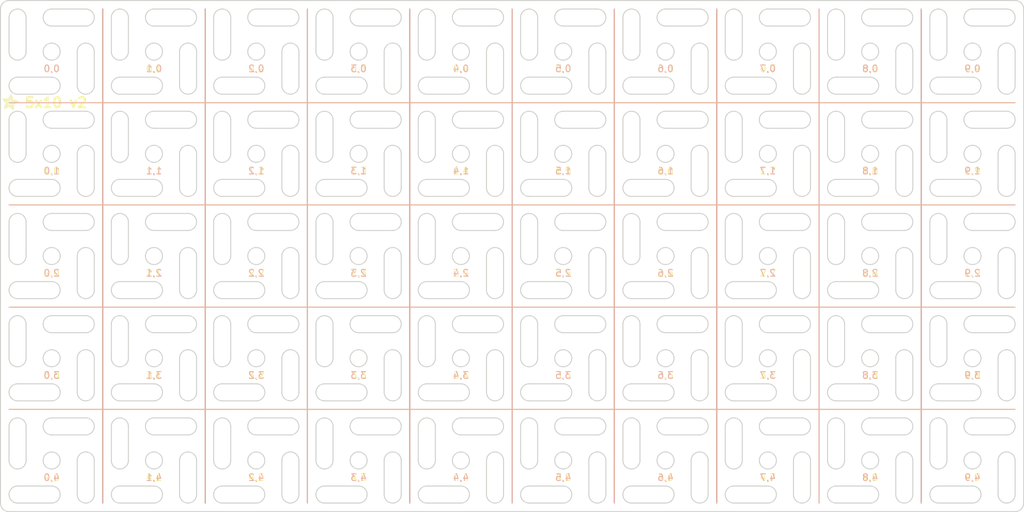
<source format=kicad_pcb>
(kicad_pcb (version 20221018) (generator pcbnew)
  (layers (0 "F.Cu" signal) (31 "B.Cu" signal) (34 "B.Paste" user) (35 "F.Paste" user) (36 "B.SilkS" user "B.Silkscreen") (37 "F.SilkS" user "F.Silkscreen") (38 "B.Mask" user) (39 "F.Mask" user) (44 "Edge.Cuts" user))
  (net 0 "")
  (footprint "ADAFRUIT_2.5MM" (layer "F.Cu") (at 25.654 41.783)
    (fp_text reference "U$4" hide)
    (fp_text value "" hide)
  )
  (gr_line (start 116.839999 26.67) (end 116.839999 100.33) (stroke (width 0.15)) (layer "F.Cu"))
  (gr_line (start 101.6 26.67) (end 101.6 100.33) (stroke (width 0.15)) (layer "F.Cu"))
  (gr_line (start 71.119999 26.67) (end 71.119999 100.33) (stroke (width 0.15)) (layer "F.Cu"))
  (gr_line (start 132.079999 26.67) (end 132.079999 100.33) (stroke (width 0.15)) (layer "F.Cu"))
  (gr_line (start 147.32 26.67) (end 147.32 100.33) (stroke (width 0.15)) (layer "F.Cu"))
  (gr_line (start 162.56 26.67) (end 162.56 100.33) (stroke (width 0.15)) (layer "F.Cu"))
  (gr_line (start 55.88 26.67) (end 55.88 100.33) (stroke (width 0.15)) (layer "F.Cu"))
  (gr_line (start 40.64 26.67) (end 40.64 100.33) (stroke (width 0.15)) (layer "F.Cu"))
  (gr_line (start 86.36 26.67) (end 86.36 100.33) (stroke (width 0.15)) (layer "F.Cu"))
  (gr_line (start 86.36 26.67) (end 86.36 100.33) (stroke (width 0.15)) (layer "B.Cu"))
  (gr_line (start 101.6 26.67) (end 101.6 100.33) (stroke (width 0.15)) (layer "B.Cu"))
  (gr_line (start 55.88 26.67) (end 55.88 100.33) (stroke (width 0.15)) (layer "B.Cu"))
  (gr_line (start 71.119999 26.67) (end 71.119999 100.33) (stroke (width 0.15)) (layer "B.Cu"))
  (gr_line (start 116.839999 26.67) (end 116.839999 100.33) (stroke (width 0.15)) (layer "B.Cu"))
  (gr_line (start 132.079999 26.67) (end 132.079999 100.33) (stroke (width 0.15)) (layer "B.Cu"))
  (gr_line (start 147.32 26.67) (end 147.32 100.33) (stroke (width 0.15)) (layer "B.Cu"))
  (gr_line (start 40.64 26.67) (end 40.64 100.33) (stroke (width 0.15)) (layer "B.Cu"))
  (gr_line (start 162.56 26.67) (end 162.56 100.33) (stroke (width 0.15)) (layer "B.Cu"))
  (gr_line (start 147.32 26.67) (end 147.32 100.33) (stroke (width 0.15)) (layer "B.SilkS"))
  (gr_line (start 40.64 26.67) (end 40.64 100.33) (stroke (width 0.15)) (layer "B.SilkS"))
  (gr_line (start 26.67 86.36) (end 176.53 86.36) (stroke (width 0.15)) (layer "B.SilkS"))
  (gr_line (start 26.67 55.88) (end 176.53 55.88) (stroke (width 0.15)) (layer "B.SilkS"))
  (gr_line (start 132.079999 26.67) (end 132.079999 100.33) (stroke (width 0.15)) (layer "B.SilkS"))
  (gr_line (start 162.56 26.67) (end 162.56 100.33) (stroke (width 0.15)) (layer "B.SilkS"))
  (gr_line (start 26.67 71.119999) (end 176.53 71.119999) (stroke (width 0.15)) (layer "B.SilkS"))
  (gr_line (start 26.67 40.64) (end 176.53 40.64) (stroke (width 0.15)) (layer "B.SilkS"))
  (gr_line (start 86.36 26.67) (end 86.36 100.33) (stroke (width 0.15)) (layer "B.SilkS"))
  (gr_line (start 101.6 26.67) (end 101.6 100.33) (stroke (width 0.15)) (layer "B.SilkS"))
  (gr_line (start 71.119999 26.67) (end 71.119999 100.33) (stroke (width 0.15)) (layer "B.SilkS"))
  (gr_line (start 55.88 26.67) (end 55.88 100.33) (stroke (width 0.15)) (layer "B.SilkS"))
  (gr_line (start 116.839999 26.67) (end 116.839999 100.33) (stroke (width 0.15)) (layer "B.SilkS"))
  (gr_line (start 40.64 26.67) (end 40.64 100.33) (stroke (width 0.15)) (layer "F.SilkS"))
  (gr_line (start 71.119999 26.67) (end 71.119999 100.33) (stroke (width 0.15)) (layer "F.SilkS"))
  (gr_line (start 132.079999 26.67) (end 132.079999 100.33) (stroke (width 0.15)) (layer "F.SilkS"))
  (gr_line (start 147.32 26.67) (end 147.32 100.33) (stroke (width 0.15)) (layer "F.SilkS"))
  (gr_line (start 26.67 71.119999) (end 176.53 71.119999) (stroke (width 0.15)) (layer "F.SilkS"))
  (gr_line (start 86.36 26.67) (end 86.36 100.33) (stroke (width 0.15)) (layer "F.SilkS"))
  (gr_line (start 162.56 26.67) (end 162.56 100.33) (stroke (width 0.15)) (layer "F.SilkS"))
  (gr_line (start 39.37 40.64) (end 176.53 40.64) (stroke (width 0.15)) (layer "F.SilkS"))
  (gr_line (start 101.6 26.67) (end 101.6 100.33) (stroke (width 0.15)) (layer "F.SilkS"))
  (gr_line (start 55.88 26.67) (end 55.88 100.33) (stroke (width 0.15)) (layer "F.SilkS"))
  (gr_line (start 26.67 55.88) (end 176.53 55.88) (stroke (width 0.15)) (layer "F.SilkS"))
  (gr_line (start 26.67 86.36) (end 176.53 86.36) (stroke (width 0.15)) (layer "F.SilkS"))
  (gr_line (start 116.839999 26.67) (end 116.839999 100.33) (stroke (width 0.15)) (layer "F.SilkS"))
  (gr_line (start 163.83 73.66) (end 163.83 78.74) (stroke (width 0.15)) (layer "Edge.Cuts"))
  (gr_arc (start 54.61 38.1) (mid 53.34 39.37) (end 52.07 38.1) (stroke (width 0.15)) (layer "Edge.Cuts"))
  (gr_arc (start 118.11 27.94) (mid 119.38 26.67) (end 120.65 27.94) (stroke (width 0.15)) (layer "Edge.Cuts"))
  (gr_arc (start 170.18 62.23) (mid 170.18 64.77) (end 170.18 62.23) (stroke (width 0.15)) (layer "Edge.Cuts"))
  (gr_arc (start 158.75 78.74) (mid 160.02 77.47) (end 161.29 78.74) (stroke (width 0.15)) (layer "Edge.Cuts"))
  (gr_line (start 43.18 36.83) (end 48.26 36.83) (stroke (width 0.15)) (layer "Edge.Cuts"))
  (gr_arc (start 88.9 100.33) (mid 87.63 99.06) (end 88.9 97.79) (stroke (width 0.15)) (layer "Edge.Cuts"))
  (gr_line (start 165.1 69.85) (end 170.18 69.85) (stroke (width 0.15)) (layer "Edge.Cuts"))
  (gr_arc (start 128.269999 63.5) (mid 129.539999 62.23) (end 130.809999 63.5) (stroke (width 0.15)) (layer "Edge.Cuts"))
  (gr_line (start 170.18 41.91) (end 175.26 41.91) (stroke (width 0.15)) (layer "Edge.Cuts"))
  (gr_arc (start 44.45 78.74) (mid 43.18 80.01) (end 41.91 78.74) (stroke (width 0.15)) (layer "Edge.Cuts"))
  (gr_line (start 36.83 48.26) (end 36.83 53.34) (stroke (width 0.15)) (layer "Edge.Cuts"))
  (gr_line (start 113.03 48.26) (end 113.03 53.34) (stroke (width 0.15)) (layer "Edge.Cuts"))
  (gr_line (start 128.27 48.26) (end 128.27 53.34) (stroke (width 0.15)) (layer "Edge.Cuts"))
  (gr_line (start 146.05 78.74) (end 146.05 83.82) (stroke (width 0.15)) (layer "Edge.Cuts"))
  (gr_line (start 161.29 93.98) (end 161.29 99.06) (stroke (width 0.15)) (layer "Edge.Cuts"))
  (gr_line (start 118.11 58.42) (end 118.11 63.5) (stroke (width 0.15)) (layer "Edge.Cuts"))
  (gr_arc (start 143.51 63.5) (mid 144.78 62.23) (end 146.05 63.5) (stroke (width 0.15)) (layer "Edge.Cuts"))
  (gr_line (start 118.11 27.94) (end 118.11 33.02) (stroke (width 0.15)) (layer "Edge.Cuts"))
  (gr_line (start 48.26 90.17) (end 53.34 90.17) (stroke (width 0.15)) (layer "Edge.Cuts"))
  (gr_line (start 27.94 69.85) (end 33.02 69.85) (stroke (width 0.15)) (layer "Edge.Cuts"))
  (gr_line (start 29.21 88.9) (end 29.21 93.98) (stroke (width 0.15)) (layer "Edge.Cuts"))
  (gr_line (start 97.79 63.5) (end 97.79 68.58) (stroke (width 0.15)) (layer "Edge.Cuts"))
  (gr_arc (start 165.1 85.089999) (mid 163.830001 83.82) (end 165.1 82.550001) (stroke (width 0.15)) (layer "Edge.Cuts"))
  (gr_line (start 88.9 67.31) (end 93.98 67.31) (stroke (width 0.15)) (layer "Edge.Cuts"))
  (gr_arc (start 133.35 27.94) (mid 134.62 26.67) (end 135.89 27.94) (stroke (width 0.15)) (layer "Edge.Cuts"))
  (gr_line (start 69.85 78.74) (end 69.85 83.82) (stroke (width 0.15)) (layer "Edge.Cuts"))
  (gr_line (start 163.83 58.42) (end 163.83 63.5) (stroke (width 0.15)) (layer "Edge.Cuts"))
  (gr_arc (start 59.69 48.26) (mid 58.42 49.53) (end 57.15 48.26) (stroke (width 0.15)) (layer "Edge.Cuts"))
  (gr_line (start 124.46 57.15) (end 129.539999 57.15) (stroke (width 0.15)) (layer "Edge.Cuts"))
  (gr_arc (start 73.66 54.61) (mid 72.39 53.34) (end 73.66 52.07) (stroke (width 0.15)) (layer "Edge.Cuts"))
  (gr_arc (start 154.94 67.31) (mid 156.21 68.58) (end 154.94 69.85) (stroke (width 0.15)) (layer "Edge.Cuts"))
  (gr_arc (start 63.5 92.71) (mid 63.5 95.25) (end 63.5 92.71) (stroke (width 0.15)) (layer "Edge.Cuts"))
  (gr_line (start 48.26 59.69) (end 53.34 59.69) (stroke (width 0.15)) (layer "Edge.Cuts"))
  (gr_arc (start 151.13 33.02) (mid 149.86 34.29) (end 148.59 33.02) (stroke (width 0.15)) (layer "Edge.Cuts"))
  (gr_arc (start 118.11 88.9) (mid 119.38 87.63) (end 120.65 88.9) (stroke (width 0.15)) (layer "Edge.Cuts"))
  (gr_arc (start 143.51 33.02) (mid 144.78 31.75) (end 146.05 33.02) (stroke (width 0.15)) (layer "Edge.Cuts"))
  (gr_arc (start 90.17 78.74) (mid 88.9 80.01) (end 87.63 78.74) (stroke (width 0.15)) (layer "Edge.Cuts"))
  (gr_line (start 134.62 36.83) (end 139.7 36.83) (stroke (width 0.15)) (layer "Edge.Cuts"))
  (gr_line (start 119.38 69.85) (end 124.46 69.85) (stroke (width 0.15)) (layer "Edge.Cuts"))
  (gr_line (start 39.37 78.74) (end 39.37 83.82) (stroke (width 0.15)) (layer "Edge.Cuts"))
  (gr_arc (start 39.37 53.34) (mid 38.1 54.61) (end 36.83 53.34) (stroke (width 0.15)) (layer "Edge.Cuts"))
  (gr_arc (start 151.13 48.26) (mid 149.86 49.53) (end 148.59 48.26) (stroke (width 0.15)) (layer "Edge.Cuts"))
  (gr_arc (start 114.3 57.15) (mid 115.57 58.42) (end 114.3 59.69) (stroke (width 0.15)) (layer "Edge.Cuts"))
  (gr_arc (start 85.089999 68.58) (mid 83.82 69.849999) (end 82.550001 68.58) (stroke (width 0.15)) (layer "Edge.Cuts"))
  (gr_line (start 33.02 57.15) (end 38.1 57.15) (stroke (width 0.15)) (layer "Edge.Cuts"))
  (gr_arc (start 139.7 77.47) (mid 139.7 80.01) (end 139.7 77.47) (stroke (width 0.15)) (layer "Edge.Cuts"))
  (gr_arc (start 143.51 78.74) (mid 144.78 77.47) (end 146.05 78.74) (stroke (width 0.15)) (layer "Edge.Cuts"))
  (gr_line (start 128.27 33.02) (end 128.27 38.1) (stroke (width 0.15)) (layer "Edge.Cuts"))
  (gr_line (start 43.18 69.85) (end 48.26 69.85) (stroke (width 0.15)) (layer "Edge.Cuts"))
  (gr_line (start 104.14 82.55) (end 109.22 82.55) (stroke (width 0.15)) (layer "Edge.Cuts"))
  (gr_line (start 128.27 93.98) (end 128.27 99.06) (stroke (width 0.15)) (layer "Edge.Cuts"))
  (gr_arc (start 176.53 25.4) (mid 177.428026 25.771974) (end 177.8 26.67) (stroke (width 0.15)) (layer "Edge.Cuts"))
  (gr_line (start 109.22 90.17) (end 114.3 90.17) (stroke (width 0.15)) (layer "Edge.Cuts"))
  (gr_line (start 134.62 39.37) (end 139.7 39.37) (stroke (width 0.15)) (layer "Edge.Cuts"))
  (gr_arc (start 82.55 78.74) (mid 83.82 77.47) (end 85.09 78.74) (stroke (width 0.15)) (layer "Edge.Cuts"))
  (gr_arc (start 90.17 63.5) (mid 88.9 64.77) (end 87.63 63.5) (stroke (width 0.15)) (layer "Edge.Cuts"))
  (gr_line (start 134.62 54.61) (end 139.7 54.61) (stroke (width 0.15)) (layer "Edge.Cuts"))
  (gr_line (start 104.14 39.37) (end 109.22 39.37) (stroke (width 0.15)) (layer "Edge.Cuts"))
  (gr_arc (start 87.63 58.42) (mid 88.9 57.15) (end 90.17 58.42) (stroke (width 0.15)) (layer "Edge.Cuts"))
  (gr_arc (start 43.18 39.37) (mid 41.91 38.1) (end 43.18 36.83) (stroke (width 0.15)) (layer "Edge.Cuts"))
  (gr_arc (start 124.46 97.79) (mid 125.73 99.06) (end 124.46 100.33) (stroke (width 0.15)) (layer "Edge.Cuts"))
  (gr_arc (start 109.22 62.23) (mid 109.22 64.77) (end 109.22 62.23) (stroke (width 0.15)) (layer "Edge.Cuts"))
  (gr_arc (start 48.26 46.989999) (mid 48.26 49.530001) (end 48.26 46.989999) (stroke (width 0.15)) (layer "Edge.Cuts"))
  (gr_line (start 105.41 27.94) (end 105.41 33.02) (stroke (width 0.15)) (layer "Edge.Cuts"))
  (gr_arc (start 63.5 90.17) (mid 62.23 88.9) (end 63.5 87.63) (stroke (width 0.15)) (layer "Edge.Cuts"))
  (gr_arc (start 158.75 63.5) (mid 160.02 62.23) (end 161.29 63.5) (stroke (width 0.15)) (layer "Edge.Cuts"))
  (gr_arc (start 54.61 68.58) (mid 53.34 69.85) (end 52.07 68.58) (stroke (width 0.15)) (layer "Edge.Cuts"))
  (gr_arc (start 129.539999 87.63) (mid 130.809999 88.9) (end 129.539999 90.17) (stroke (width 0.15)) (layer "Edge.Cuts"))
  (gr_arc (start 154.94 74.93) (mid 153.67 73.66) (end 154.94 72.39) (stroke (width 0.15)) (layer "Edge.Cuts"))
  (gr_arc (start 52.07 93.98) (mid 53.34 92.71) (end 54.61 93.98) (stroke (width 0.15)) (layer "Edge.Cuts"))
  (gr_arc (start 154.94 82.55) (mid 156.21 83.82) (end 154.94 85.09) (stroke (width 0.15)) (layer "Edge.Cuts"))
  (gr_line (start 104.14 52.07) (end 109.22 52.07) (stroke (width 0.15)) (layer "Edge.Cuts"))
  (gr_arc (start 130.81 99.06) (mid 129.539999 100.330001) (end 128.269998 99.06) (stroke (width 0.15)) (layer "Edge.Cuts"))
  (gr_line (start 158.75 63.5) (end 158.75 68.58) (stroke (width 0.15)) (layer "Edge.Cuts"))
  (gr_arc (start 39.37 38.1) (mid 38.1 39.37) (end 36.83 38.1) (stroke (width 0.15)) (layer "Edge.Cuts"))
  (gr_arc (start 163.829999 43.18) (mid 165.1 41.909999) (end 166.370001 43.18) (stroke (width 0.15)) (layer "Edge.Cuts"))
  (gr_line (start 120.65 27.94) (end 120.65 33.02) (stroke (width 0.15)) (layer "Edge.Cuts"))
  (gr_arc (start 63.5 31.75) (mid 63.5 34.29) (end 63.5 31.75) (stroke (width 0.15)) (layer "Edge.Cuts"))
  (gr_arc (start 87.63 88.9) (mid 88.9 87.63) (end 90.17 88.9) (stroke (width 0.15)) (layer "Edge.Cuts"))
  (gr_arc (start 78.74 74.93) (mid 77.47 73.66) (end 78.74 72.39) (stroke (width 0.15)) (layer "Edge.Cuts"))
  (gr_arc (start 135.89 78.74) (mid 134.62 80.01) (end 133.35 78.74) (stroke (width 0.15)) (layer "Edge.Cuts"))
  (gr_arc (start 161.29 83.82) (mid 160.02 85.09) (end 158.75 83.82) (stroke (width 0.15)) (layer "Edge.Cuts"))
  (gr_arc (start 124.46 59.69) (mid 123.19 58.42) (end 124.46 57.15) (stroke (width 0.15)) (layer "Edge.Cuts"))
  (gr_arc (start 102.87 58.42) (mid 104.14 57.15) (end 105.41 58.42) (stroke (width 0.15)) (layer "Edge.Cuts"))
  (gr_arc (start 104.14 39.37) (mid 102.87 38.1) (end 104.14 36.83) (stroke (width 0.15)) (layer "Edge.Cuts"))
  (gr_line (start 63.5 74.93) (end 68.58 74.93) (stroke (width 0.15)) (layer "Edge.Cuts"))
  (gr_arc (start 176.53 99.06) (mid 175.26 100.33) (end 173.99 99.06) (stroke (width 0.15)) (layer "Edge.Cuts"))
  (gr_line (start 93.98 87.63) (end 99.06 87.63) (stroke (width 0.15)) (layer "Edge.Cuts"))
  (gr_line (start 165.1 52.07) (end 170.18 52.07) (stroke (width 0.15)) (layer "Edge.Cuts"))
  (gr_line (start 104.14 97.79) (end 109.22 97.79) (stroke (width 0.15)) (layer "Edge.Cuts"))
  (gr_arc (start 148.59 73.66) (mid 149.86 72.39) (end 151.13 73.66) (stroke (width 0.15)) (layer "Edge.Cuts"))
  (gr_arc (start 105.41 33.02) (mid 104.14 34.29) (end 102.87 33.02) (stroke (width 0.15)) (layer "Edge.Cuts"))
  (gr_arc (start 173.989999 93.98) (mid 175.26 92.709999) (end 176.530001 93.98) (stroke (width 0.15)) (layer "Edge.Cuts"))
  (gr_line (start 93.98 41.91) (end 99.06 41.91) (stroke (width 0.15)) (layer "Edge.Cuts"))
  (gr_arc (start 109.22 92.71) (mid 109.22 95.25) (end 109.22 92.71) (stroke (width 0.15)) (layer "Edge.Cuts"))
  (gr_arc (start 26.67 43.18) (mid 27.94 41.91) (end 29.21 43.18) (stroke (width 0.15)) (layer "Edge.Cuts"))
  (gr_arc (start 139.7 67.31) (mid 140.97 68.58) (end 139.7 69.85) (stroke (width 0.15)) (layer "Edge.Cuts"))
  (gr_line (start 26.67 88.9) (end 26.67 93.98) (stroke (width 0.15)) (layer "Edge.Cuts"))
  (gr_arc (start 173.989999 63.5) (mid 175.26 62.229999) (end 176.530001 63.5) (stroke (width 0.15)) (layer "Edge.Cuts"))
  (gr_arc (start 87.63 43.18) (mid 88.9 41.91) (end 90.17 43.18) (stroke (width 0.15)) (layer "Edge.Cuts"))
  (gr_line (start 102.87 43.18) (end 102.87 48.26) (stroke (width 0.15)) (layer "Edge.Cuts"))
  (gr_line (start 119.38 97.79) (end 124.46 97.79) (stroke (width 0.15)) (layer "Edge.Cuts"))
  (gr_line (start 146.05 93.98) (end 146.05 99.06) (stroke (width 0.15)) (layer "Edge.Cuts"))
  (gr_line (start 73.66 54.61) (end 78.74 54.61) (stroke (width 0.15)) (layer "Edge.Cuts"))
  (gr_line (start 41.91 27.94) (end 41.91 33.02) (stroke (width 0.15)) (layer "Edge.Cuts"))
  (gr_arc (start 133.35 73.66) (mid 134.62 72.39) (end 135.89 73.66) (stroke (width 0.15)) (layer "Edge.Cuts"))
  (gr_arc (start 139.7 82.55) (mid 140.97 83.82) (end 139.7 85.09) (stroke (width 0.15)) (layer "Edge.Cuts"))
  (gr_line (start 163.83 43.18) (end 163.83 48.26) (stroke (width 0.15)) (layer "Edge.Cuts"))
  (gr_arc (start 133.35 43.18) (mid 134.62 41.91) (end 135.89 43.18) (stroke (width 0.15)) (layer "Edge.Cuts"))
  (gr_arc (start 120.649999 63.5) (mid 119.38 64.769999) (end 118.110001 63.5) (stroke (width 0.15)) (layer "Edge.Cuts"))
  (gr_line (start 72.39 73.66) (end 72.39 78.74) (stroke (width 0.15)) (layer "Edge.Cuts"))
  (gr_arc (start 57.15 27.94) (mid 58.42 26.67) (end 59.69 27.94) (stroke (width 0.15)) (layer "Edge.Cuts"))
  (gr_arc (start 43.18 54.61) (mid 41.91 53.34) (end 43.18 52.07) (stroke (width 0.15)) (layer "Edge.Cuts"))
  (gr_arc (start 93.98 74.93) (mid 92.71 73.66) (end 93.98 72.39) (stroke (width 0.15)) (layer "Edge.Cuts"))
  (gr_line (start 139.7 74.93) (end 144.78 74.93) (stroke (width 0.15)) (layer "Edge.Cuts"))
  (gr_line (start 109.22 59.69) (end 114.3 59.69) (stroke (width 0.15)) (layer "Edge.Cuts"))
  (gr_line (start 74.93 88.9) (end 74.93 93.98) (stroke (width 0.15)) (layer "Edge.Cuts"))
  (gr_arc (start 33.02 90.17) (mid 31.75 88.9) (end 33.02 87.63) (stroke (width 0.15)) (layer "Edge.Cuts"))
  (gr_line (start 133.35 73.66) (end 133.35 78.74) (stroke (width 0.15)) (layer "Edge.Cuts"))
  (gr_arc (start 161.29 99.06) (mid 160.02 100.33) (end 158.75 99.06) (stroke (width 0.15)) (layer "Edge.Cuts"))
  (gr_line (start 82.55 63.5) (end 82.55 68.58) (stroke (width 0.15)) (layer "Edge.Cuts"))
  (gr_arc (start 90.17 48.26) (mid 88.9 49.53) (end 87.63 48.26) (stroke (width 0.15)) (layer "Edge.Cuts"))
  (gr_line (start 109.22 29.21) (end 114.3 29.21) (stroke (width 0.15)) (layer "Edge.Cuts"))
  (gr_arc (start 54.61 53.34) (mid 53.34 54.61) (end 52.07 53.34) (stroke (width 0.15)) (layer "Edge.Cuts"))
  (gr_line (start 58.42 36.83) (end 63.5 36.83) (stroke (width 0.15)) (layer "Edge.Cuts"))
  (gr_arc (start 170.18 59.69) (mid 168.91 58.42) (end 170.18 57.15) (stroke (width 0.15)) (layer "Edge.Cuts"))
  (gr_arc (start 44.45 63.5) (mid 43.18 64.77) (end 41.91 63.5) (stroke (width 0.15)) (layer "Edge.Cuts"))
  (gr_line (start 149.86 39.37) (end 154.94 39.37) (stroke (width 0.15)) (layer "Edge.Cuts"))
  (gr_arc (start 109.22 52.07) (mid 110.49 53.34) (end 109.22 54.61) (stroke (width 0.15)) (layer "Edge.Cuts"))
  (gr_line (start 73.66 85.09) (end 78.74 85.09) (stroke (width 0.15)) (layer "Edge.Cuts"))
  (gr_line (start 59.69 43.18) (end 59.69 48.26) (stroke (width 0.15)) (layer "Edge.Cuts"))
  (gr_arc (start 78.74 29.21) (mid 77.47 27.94) (end 78.74 26.67) (stroke (width 0.15)) (layer "Edge.Cuts"))
  (gr_line (start 33.02 26.67) (end 38.1 26.67) (stroke (width 0.15)) (layer "Edge.Cuts"))
  (gr_line (start 73.66 36.83) (end 78.74 36.83) (stroke (width 0.15)) (layer "Edge.Cuts"))
  (gr_arc (start 154.94 52.07) (mid 156.21 53.34) (end 154.94 54.61) (stroke (width 0.15)) (layer "Edge.Cuts"))
  (gr_arc (start 63.5 36.83) (mid 64.77 38.1) (end 63.5 39.37) (stroke (width 0.15)) (layer "Edge.Cuts"))
  (gr_arc (start 151.13 78.74) (mid 149.86 80.01) (end 148.59 78.74) (stroke (width 0.15)) (layer "Edge.Cuts"))
  (gr_arc (start 41.91 27.94) (mid 43.18 26.67) (end 44.45 27.94) (stroke (width 0.15)) (layer "Edge.Cuts"))
  (gr_line (start 27.94 100.33) (end 33.02 100.33) (stroke (width 0.15)) (layer "Edge.Cuts"))
  (gr_arc (start 175.26 57.15) (mid 176.53 58.42) (end 175.26 59.69) (stroke (width 0.15)) (layer "Edge.Cuts"))
  (gr_line (start 139.7 72.39) (end 144.78 72.39) (stroke (width 0.15)) (layer "Edge.Cuts"))
  (gr_arc (start 130.81 68.58) (mid 129.539999 69.850001) (end 128.269998 68.58) (stroke (width 0.15)) (layer "Edge.Cuts"))
  (gr_line (start 29.21 73.66) (end 29.21 78.74) (stroke (width 0.15)) (layer "Edge.Cuts"))
  (gr_line (start 173.99 48.26) (end 173.99 53.34) (stroke (width 0.15)) (layer "Edge.Cuts"))
  (gr_line (start 109.22 44.45) (end 114.3 44.45) (stroke (width 0.15)) (layer "Edge.Cuts"))
  (gr_arc (start 149.86 69.85) (mid 148.59 68.58) (end 149.86 67.31) (stroke (width 0.15)) (layer "Edge.Cuts"))
  (gr_arc (start 130.81 83.82) (mid 129.539999 85.090001) (end 128.269998 83.82) (stroke (width 0.15)) (layer "Edge.Cuts"))
  (gr_line (start 146.05 48.26) (end 146.05 53.34) (stroke (width 0.15)) (layer "Edge.Cuts"))
  (gr_line (start 54.61 93.98) (end 54.61 99.06) (stroke (width 0.15)) (layer "Edge.Cuts"))
  (gr_arc (start 74.93 33.02) (mid 73.66 34.29) (end 72.39 33.02) (stroke (width 0.15)) (layer "Edge.Cuts"))
  (gr_arc (start 33.02 52.07) (mid 34.29 53.34) (end 33.02 54.61) (stroke (width 0.15)) (layer "Edge.Cuts"))
  (gr_line (start 33.02 59.69) (end 38.1 59.69) (stroke (width 0.15)) (layer "Edge.Cuts"))
  (gr_line (start 124.46 59.69) (end 129.539999 59.69) (stroke (width 0.15)) (layer "Edge.Cuts"))
  (gr_arc (start 119.38 69.85) (mid 118.11 68.58) (end 119.38 67.31) (stroke (width 0.15)) (layer "Edge.Cuts"))
  (gr_arc (start 43.18 85.089999) (mid 41.910001 83.82) (end 43.18 82.550001) (stroke (width 0.15)) (layer "Edge.Cuts"))
  (gr_arc (start 36.83 78.74) (mid 38.1 77.47) (end 39.37 78.74) (stroke (width 0.15)) (layer "Edge.Cuts"))
  (gr_arc (start 67.31 78.74) (mid 68.58 77.47) (end 69.85 78.74) (stroke (width 0.15)) (layer "Edge.Cuts"))
  (gr_line (start 119.38 67.31) (end 124.46 67.31) (stroke (width 0.15)) (layer "Edge.Cuts"))
  (gr_arc (start 58.42 39.37) (mid 57.15 38.1) (end 58.42 36.83) (stroke (width 0.15)) (layer "Edge.Cuts"))
  (gr_line (start 165.1 36.83) (end 170.18 36.83) (stroke (width 0.15)) (layer "Edge.Cuts"))
  (gr_line (start 97.79 93.98) (end 97.79 99.06) (stroke (width 0.15)) (layer "Edge.Cuts"))
  (gr_arc (start 104.14 100.33) (mid 102.87 99.06) (end 104.14 97.79) (stroke (width 0.15)) (layer "Edge.Cuts"))
  (gr_line (start 139.7 90.17) (end 144.78 90.17) (stroke (width 0.15)) (layer "Edge.Cuts"))
  (gr_line (start 57.15 27.94) (end 57.15 33.02) (stroke (width 0.15)) (layer "Edge.Cuts"))
  (gr_arc (start 88.9 39.37) (mid 87.63 38.1) (end 88.9 36.83) (stroke (width 0.15)) (layer "Edge.Cuts"))
  (gr_arc (start 173.989999 48.26) (mid 175.26 46.989999) (end 176.530001 48.26) (stroke (width 0.15)) (layer "Edge.Cuts"))
  (gr_arc (start 139.7 31.75) (mid 139.7 34.29) (end 139.7 31.75) (stroke (width 0.15)) (layer "Edge.Cuts"))
  (gr_line (start 87.63 58.42) (end 87.63 63.5) (stroke (width 0.15)) (layer "Edge.Cuts"))
  (gr_line (start 27.94 85.09) (end 33.02 85.09) (stroke (width 0.15)) (layer "Edge.Cuts"))
  (gr_arc (start 93.98 29.21) (mid 92.71 27.94) (end 93.98 26.67) (stroke (width 0.15)) (layer "Edge.Cuts"))
  (gr_line (start 57.15 58.42) (end 57.15 63.5) (stroke (width 0.15)) (layer "Edge.Cuts"))
  (gr_line (start 85.09 48.26) (end 85.09 53.34) (stroke (width 0.15)) (layer "Edge.Cuts"))
  (gr_line (start 57.15 43.18) (end 57.15 48.26) (stroke (width 0.15)) (layer "Edge.Cuts"))
  (gr_arc (start 139.7 52.07) (mid 140.97 53.34) (end 139.7 54.61) (stroke (width 0.15)) (layer "Edge.Cuts"))
  (gr_arc (start 33.02 92.71) (mid 33.02 95.25) (end 33.02 92.71) (stroke (width 0.15)) (layer "Edge.Cuts"))
  (gr_line (start 58.42 82.55) (end 63.5 82.55) (stroke (width 0.15)) (layer "Edge.Cuts"))
  (gr_line (start 151.13 73.66) (end 151.13 78.74) (stroke (width 0.15)) (layer "Edge.Cuts"))
  (gr_arc (start 124.46 44.45) (mid 123.19 43.18) (end 124.46 41.91) (stroke (width 0.15)) (layer "Edge.Cuts"))
  (gr_line (start 102.87 73.66) (end 102.87 78.74) (stroke (width 0.15)) (layer "Edge.Cuts"))
  (gr_arc (start 85.089999 38.1) (mid 83.82 39.369999) (end 82.550001 38.1) (stroke (width 0.15)) (layer "Edge.Cuts"))
  (gr_line (start 130.81 33.02) (end 130.81 38.1) (stroke (width 0.15)) (layer "Edge.Cuts"))
  (gr_arc (start 63.5 67.31) (mid 64.77 68.58) (end 63.5 69.85) (stroke (width 0.15)) (layer "Edge.Cuts"))
  (gr_arc (start 128.269999 48.26) (mid 129.539999 46.99) (end 130.809999 48.26) (stroke (width 0.15)) (layer "Edge.Cuts"))
  (gr_arc (start 78.74 67.31) (mid 80.01 68.58) (end 78.74 69.85) (stroke (width 0.15)) (layer "Edge.Cuts"))
  (gr_arc (start 48.26 62.23) (mid 48.26 64.77) (end 48.26 62.23) (stroke (width 0.15)) (layer "Edge.Cuts"))
  (gr_arc (start 93.98 62.23) (mid 93.98 64.77) (end 93.98 62.23) (stroke (width 0.15)) (layer "Edge.Cuts"))
  (gr_line (start 104.14 54.61) (end 109.22 54.61) (stroke (width 0.15)) (layer "Edge.Cuts"))
  (gr_arc (start 57.15 88.9) (mid 58.42 87.63) (end 59.69 88.9) (stroke (width 0.15)) (layer "Edge.Cuts"))
  (gr_arc (start 48.26 67.31) (mid 49.53 68.58) (end 48.26 69.85) (stroke (width 0.15)) (layer "Edge.Cuts"))
  (gr_arc (start 118.11 43.18) (mid 119.38 41.91) (end 120.65 43.18) (stroke (width 0.15)) (layer "Edge.Cuts"))
  (gr_arc (start 114.3 41.91) (mid 115.57 43.18) (end 114.3 44.45) (stroke (width 0.15)) (layer "Edge.Cuts"))
  (gr_line (start 165.1 54.61) (end 170.18 54.61) (stroke (width 0.15)) (layer "Edge.Cuts"))
  (gr_arc (start 74.93 48.26) (mid 73.66 49.53) (end 72.39 48.26) (stroke (width 0.15)) (layer "Edge.Cuts"))
  (gr_line (start 33.02 72.39) (end 38.1 72.39) (stroke (width 0.15)) (layer "Edge.Cuts"))
  (gr_line (start 139.7 41.91) (end 144.78 41.91) (stroke (width 0.15)) (layer "Edge.Cuts"))
  (gr_line (start 170.18 87.63) (end 175.26 87.63) (stroke (width 0.15)) (layer "Edge.Cuts"))
  (gr_arc (start 93.98 31.75) (mid 93.98 34.29) (end 93.98 31.75) (stroke (width 0.15)) (layer "Edge.Cuts"))
  (gr_arc (start 59.69 78.74) (mid 58.42 80.01) (end 57.15 78.74) (stroke (width 0.15)) (layer "Edge.Cuts"))
  (gr_arc (start 176.53 83.82) (mid 175.26 85.09) (end 173.99 83.82) (stroke (width 0.15)) (layer "Edge.Cuts"))
  (gr_arc (start 85.089999 53.34) (mid 83.82 54.609999) (end 82.550001 53.34) (stroke (width 0.15)) (layer "Edge.Cuts"))
  (gr_arc (start 73.66 85.089999) (mid 72.390001 83.82) (end 73.66 82.550001) (stroke (width 0.15)) (layer "Edge.Cuts"))
  (gr_arc (start 170.18 92.71) (mid 170.18 95.25) (end 170.18 92.71) (stroke (width 0.15)) (layer "Edge.Cuts"))
  (gr_line (start 176.53 33.02) (end 176.53 38.1) (stroke (width 0.15)) (layer "Edge.Cuts"))
  (gr_line (start 124.46 29.21) (end 129.539999 29.21) (stroke (width 0.15)) (layer "Edge.Cuts"))
  (gr_arc (start 44.45 48.26) (mid 43.18 49.53) (end 41.91 48.26) (stroke (width 0.15)) (layer "Edge.Cuts"))
  (gr_arc (start 175.26 26.67) (mid 176.53 27.94) (end 175.26 29.21) (stroke (width 0.15)) (layer "Edge.Cuts"))
  (gr_line (start 134.62 100.33) (end 139.7 100.33) (stroke (width 0.15)) (layer "Edge.Cuts"))
  (gr_line (start 119.38 52.07) (end 124.46 52.07) (stroke (width 0.15)) (layer "Edge.Cuts"))
  (gr_arc (start 124.46 36.83) (mid 125.73 38.1) (end 124.46 39.37) (stroke (width 0.15)) (layer "Edge.Cuts"))
  (gr_arc (start 146.05 99.06) (mid 144.78 100.33) (end 143.51 99.06) (stroke (width 0.15)) (layer "Edge.Cuts"))
  (gr_arc (start 144.78 72.39) (mid 146.05 73.66) (end 144.78 74.93) (stroke (width 0.15)) (layer "Edge.Cuts"))
  (gr_line (start 146.05 33.02) (end 146.05 38.1) (stroke (width 0.15)) (layer "Edge.Cuts"))
  (gr_arc (start 48.26 92.71) (mid 48.26 95.25) (end 48.26 92.71) (stroke (width 0.15)) (layer "Edge.Cuts"))
  (gr_arc (start 115.57 99.06) (mid 114.3 100.33) (end 113.03 99.06) (stroke (width 0.15)) (layer "Edge.Cuts"))
  (gr_arc (start 148.59 43.18) (mid 149.86 41.91) (end 151.13 43.18) (stroke (width 0.15)) (layer "Edge.Cuts"))
  (gr_line (start 36.83 78.74) (end 36.83 83.82) (stroke (width 0.15)) (layer "Edge.Cuts"))
  (gr_line (start 59.69 58.42) (end 59.69 63.5) (stroke (width 0.15)) (layer "Edge.Cuts"))
  (gr_line (start 154.94 41.91) (end 160.02 41.91) (stroke (width 0.15)) (layer "Edge.Cuts"))
  (gr_line (start 41.91 73.66) (end 41.91 78.74) (stroke (width 0.15)) (layer "Edge.Cuts"))
  (gr_arc (start 25.4 26.67) (mid 25.771974 25.771974) (end 26.67 25.4) (stroke (width 0.15)) (layer "Edge.Cuts"))
  (gr_line (start 139.7 44.45) (end 144.78 44.45) (stroke (width 0.15)) (layer "Edge.Cuts"))
  (gr_line (start 139.7 26.67) (end 144.78 26.67) (stroke (width 0.15)) (layer "Edge.Cuts"))
  (gr_arc (start 82.55 33.02) (mid 83.82 31.75) (end 85.09 33.02) (stroke (width 0.15)) (layer "Edge.Cuts"))
  (gr_line (start 33.02 87.63) (end 38.1 87.63) (stroke (width 0.15)) (layer "Edge.Cuts"))
  (gr_arc (start 72.39 73.66) (mid 73.66 72.39) (end 74.93 73.66) (stroke (width 0.15)) (layer "Edge.Cuts"))
  (gr_arc (start 124.46 82.55) (mid 125.73 83.82) (end 124.46 85.09) (stroke (width 0.15)) (layer "Edge.Cuts"))
  (gr_line (start 88.9 69.85) (end 93.98 69.85) (stroke (width 0.15)) (layer "Edge.Cuts"))
  (gr_line (start 109.22 87.63) (end 114.3 87.63) (stroke (width 0.15)) (layer "Edge.Cuts"))
  (gr_arc (start 120.649999 78.74) (mid 119.38 80.009999) (end 118.110001 78.74) (stroke (width 0.15)) (layer "Edge.Cuts"))
  (gr_line (start 173.99 33.02) (end 173.99 38.1) (stroke (width 0.15)) (layer "Edge.Cuts"))
  (gr_arc (start 160.02 41.91) (mid 161.29 43.18) (end 160.02 44.45) (stroke (width 0.15)) (layer "Edge.Cuts"))
  (gr_line (start 154.94 59.69) (end 160.02 59.69) (stroke (width 0.15)) (layer "Edge.Cuts"))
  (gr_arc (start 115.57 38.1) (mid 114.3 39.37) (end 113.03 38.1) (stroke (width 0.15)) (layer "Edge.Cuts"))
  (gr_line (start 44.45 27.94) (end 44.45 33.02) (stroke (width 0.15)) (layer "Edge.Cuts"))
  (gr_line (start 73.66 52.07) (end 78.74 52.07) (stroke (width 0.15)) (layer "Edge.Cuts"))
  (gr_arc (start 88.9 85.089999) (mid 87.630001 83.82) (end 88.9 82.550001) (stroke (width 0.15)) (layer "Edge.Cuts"))
  (gr_line (start 102.87 88.9) (end 102.87 93.98) (stroke (width 0.15)) (layer "Edge.Cuts"))
  (gr_arc (start 113.03 93.98) (mid 114.3 92.71) (end 115.57 93.98) (stroke (width 0.15)) (layer "Edge.Cuts"))
  (gr_line (start 176.53 48.26) (end 176.53 53.34) (stroke (width 0.15)) (layer "Edge.Cuts"))
  (gr_line (start 41.91 43.18) (end 41.91 48.26) (stroke (width 0.15)) (layer "Edge.Cuts"))
  (gr_arc (start 104.14 69.85) (mid 102.87 68.58) (end 104.14 67.31) (stroke (width 0.15)) (layer "Edge.Cuts"))
  (gr_arc (start 100.33 99.06) (mid 99.06 100.33) (end 97.79 99.06) (stroke (width 0.15)) (layer "Edge.Cuts"))
  (gr_line (start 134.62 85.09) (end 139.7 85.09) (stroke (width 0.15)) (layer "Edge.Cuts"))
  (gr_arc (start 119.38 54.61) (mid 118.11 53.34) (end 119.38 52.07) (stroke (width 0.15)) (layer "Edge.Cuts"))
  (gr_arc (start 48.26 97.79) (mid 49.53 99.06) (end 48.26 100.33) (stroke (width 0.15)) (layer "Edge.Cuts"))
  (gr_arc (start 54.61 83.82) (mid 53.34 85.09) (end 52.07 83.82) (stroke (width 0.15)) (layer "Edge.Cuts"))
  (gr_line (start 105.41 58.42) (end 105.41 63.5) (stroke (width 0.15)) (layer "Edge.Cuts"))
  (gr_line (start 134.62 97.79) (end 139.7 97.79) (stroke (width 0.15)) (layer "Edge.Cuts"))
  (gr_arc (start 38.1 72.39) (mid 39.37 73.66) (end 38.1 74.93) (stroke (width 0.15)) (layer "Edge.Cuts"))
  (gr_arc (start 48.26 59.69) (mid 46.99 58.42) (end 48.26 57.15) (stroke (width 0.15)) (layer "Edge.Cuts"))
  (gr_line (start 115.57 93.98) (end 115.57 99.06) (stroke (width 0.15)) (layer "Edge.Cuts"))
  (gr_arc (start 87.63 27.94) (mid 88.9 26.67) (end 90.17 27.94) (stroke (width 0.15)) (layer "Edge.Cuts"))
  (gr_line (start 33.02 74.93) (end 38.1 74.93) (stroke (width 0.15)) (layer "Edge.Cuts"))
  (gr_arc (start 170.18 46.989999) (mid 170.18 49.530001) (end 170.18 46.989999) (stroke (width 0.15)) (layer "Edge.Cuts"))
  (gr_arc (start 102.87 27.94) (mid 104.14 26.67) (end 105.41 27.94) (stroke (width 0.15)) (layer "Edge.Cuts"))
  (gr_line (start 73.66 39.37) (end 78.74 39.37) (stroke (width 0.15)) (layer "Edge.Cuts"))
  (gr_arc (start 166.37 93.98) (mid 165.1 95.25) (end 163.83 93.98) (stroke (width 0.15)) (layer "Edge.Cuts"))
  (gr_line (start 59.69 88.9) (end 59.69 93.98) (stroke (width 0.15)) (layer "Edge.Cuts"))
  (gr_line (start 52.07 78.74) (end 52.07 83.82) (stroke (width 0.15)) (layer "Edge.Cuts"))
  (gr_arc (start 100.33 53.34) (mid 99.06 54.61) (end 97.79 53.34) (stroke (width 0.15)) (layer "Edge.Cuts"))
  (gr_arc (start 53.34 41.91) (mid 54.61 43.18) (end 53.34 44.45) (stroke (width 0.15)) (layer "Edge.Cuts"))
  (gr_line (start 119.38 36.83) (end 124.46 36.83) (stroke (width 0.15)) (layer "Edge.Cuts"))
  (gr_line (start 120.65 58.42) (end 120.65 63.5) (stroke (width 0.15)) (layer "Edge.Cuts"))
  (gr_arc (start 78.74 62.23) (mid 78.74 64.77) (end 78.74 62.23) (stroke (width 0.15)) (layer "Edge.Cuts"))
  (gr_arc (start 173.989999 78.74) (mid 175.26 77.469999) (end 176.530001 78.74) (stroke (width 0.15)) (layer "Edge.Cuts"))
  (gr_line (start 63.5 26.67) (end 68.58 26.67) (stroke (width 0.15)) (layer "Edge.Cuts"))
  (gr_arc (start 146.05 83.82) (mid 144.78 85.09) (end 143.51 83.82) (stroke (width 0.15)) (layer "Edge.Cuts"))
  (gr_line (start 158.75 48.26) (end 158.75 53.34) (stroke (width 0.15)) (layer "Edge.Cuts"))
  (gr_line (start 134.62 67.31) (end 139.7 67.31) (stroke (width 0.15)) (layer "Edge.Cuts"))
  (gr_line (start 44.45 58.42) (end 44.45 63.5) (stroke (width 0.15)) (layer "Edge.Cuts"))
  (gr_line (start 148.59 58.42) (end 148.59 63.5) (stroke (width 0.15)) (layer "Edge.Cuts"))
  (gr_arc (start 161.29 38.1) (mid 160.02 39.37) (end 158.75 38.1) (stroke (width 0.15)) (layer "Edge.Cuts"))
  (gr_line (start 161.29 63.5) (end 161.29 68.58) (stroke (width 0.15)) (layer "Edge.Cuts"))
  (gr_line (start 63.5 44.45) (end 68.58 44.45) (stroke (width 0.15)) (layer "Edge.Cuts"))
  (gr_line (start 93.98 59.69) (end 99.06 59.69) (stroke (width 0.15)) (layer "Edge.Cuts"))
  (gr_arc (start 93.98 59.69) (mid 92.71 58.42) (end 93.98 57.15) (stroke (width 0.15)) (layer "Edge.Cuts"))
  (gr_line (start 63.5 87.63) (end 68.58 87.63) (stroke (width 0.15)) (layer "Edge.Cuts"))
  (gr_arc (start 154.94 29.21) (mid 153.67 27.94) (end 154.94 26.67) (stroke (width 0.15)) (layer "Edge.Cuts"))
  (gr_arc (start 160.02 87.63) (mid 161.29 88.9) (end 160.02 90.17) (stroke (width 0.15)) (layer "Edge.Cuts"))
  (gr_line (start 59.69 27.94) (end 59.69 33.02) (stroke (width 0.15)) (layer "Edge.Cuts"))
  (gr_arc (start 93.98 44.45) (mid 92.71 43.18) (end 93.98 41.91) (stroke (width 0.15)) (layer "Edge.Cuts"))
  (gr_arc (start 78.74 97.79) (mid 80.01 99.06) (end 78.74 100.33) (stroke (width 0.15)) (layer "Edge.Cuts"))
  (gr_line (start 149.86 67.31) (end 154.94 67.31) (stroke (width 0.15)) (layer "Edge.Cuts"))
  (gr_arc (start 69.85 83.82) (mid 68.58 85.09) (end 67.31 83.82) (stroke (width 0.15)) (layer "Edge.Cuts"))
  (gr_line (start 102.87 58.42) (end 102.87 63.5) (stroke (width 0.15)) (layer "Edge.Cuts"))
  (gr_arc (start 139.7 36.83) (mid 140.97 38.1) (end 139.7 39.37) (stroke (width 0.15)) (layer "Edge.Cuts"))
  (gr_line (start 93.98 72.39) (end 99.06 72.39) (stroke (width 0.15)) (layer "Edge.Cuts"))
  (gr_line (start 113.03 63.5) (end 113.03 68.58) (stroke (width 0.15)) (layer "Edge.Cuts"))
  (gr_arc (start 27.94 54.61) (mid 26.67 53.34) (end 27.94 52.07) (stroke (width 0.15)) (layer "Edge.Cuts"))
  (gr_arc (start 118.11 58.42) (mid 119.38 57.15) (end 120.65 58.42) (stroke (width 0.15)) (layer "Edge.Cuts"))
  (gr_arc (start 44.45 33.02) (mid 43.18 34.29) (end 41.91 33.02) (stroke (width 0.15)) (layer "Edge.Cuts"))
  (gr_arc (start 73.66 69.85) (mid 72.39 68.58) (end 73.66 67.31) (stroke (width 0.15)) (layer "Edge.Cuts"))
  (gr_line (start 78.74 44.45) (end 83.82 44.45) (stroke (width 0.15)) (layer "Edge.Cuts"))
  (gr_arc (start 78.74 46.989999) (mid 78.74 49.530001) (end 78.74 46.989999) (stroke (width 0.15)) (layer "Edge.Cuts"))
  (gr_arc (start 130.81 38.1) (mid 129.539999 39.370001) (end 128.269998 38.1) (stroke (width 0.15)) (layer "Edge.Cuts"))
  (gr_arc (start 48.26 29.21) (mid 46.99 27.94) (end 48.26 26.67) (stroke (width 0.15)) (layer "Edge.Cuts"))
  (gr_line (start 43.18 82.55) (end 48.26 82.55) (stroke (width 0.15)) (layer "Edge.Cuts"))
  (gr_arc (start 170.18 82.55) (mid 171.45 83.82) (end 170.18 85.09) (stroke (width 0.15)) (layer "Edge.Cuts"))
  (gr_line (start 67.31 78.74) (end 67.31 83.82) (stroke (width 0.15)) (layer "Edge.Cuts"))
  (gr_line (start 48.26 87.63) (end 53.34 87.63) (stroke (width 0.15)) (layer "Edge.Cuts"))
  (gr_line (start 154.94 44.45) (end 160.02 44.45) (stroke (width 0.15)) (layer "Edge.Cuts"))
  (gr_line (start 88.9 100.33) (end 93.98 100.33) (stroke (width 0.15)) (layer "Edge.Cuts"))
  (gr_line (start 78.74 74.93) (end 83.82 74.93) (stroke (width 0.15)) (layer "Edge.Cuts"))
  (gr_line (start 143.51 48.26) (end 143.51 53.34) (stroke (width 0.15)) (layer "Edge.Cuts"))
  (gr_arc (start 58.42 100.33) (mid 57.15 99.06) (end 58.42 97.79) (stroke (width 0.15)) (layer "Edge.Cuts"))
  (gr_arc (start 72.39 27.94) (mid 73.66 26.67) (end 74.93 27.94) (stroke (width 0.15)) (layer "Edge.Cuts"))
  (gr_line (start 135.89 88.9) (end 135.89 93.98) (stroke (width 0.15)) (layer "Edge.Cuts"))
  (gr_line (start 119.38 85.09) (end 124.46 85.09) (stroke (width 0.15)) (layer "Edge.Cuts"))
  (gr_arc (start 120.649999 33.02) (mid 119.38 34.289999) (end 118.110001 33.02) (stroke (width 0.15)) (layer "Edge.Cuts"))
  (gr_line (start 69.85 93.98) (end 69.85 99.06) (stroke (width 0.15)) (layer "Edge.Cuts"))
  (gr_arc (start 166.37 48.26) (mid 165.1 49.53) (end 163.83 48.26) (stroke (width 0.15)) (layer "Edge.Cuts"))
  (gr_arc (start 154.94 77.47) (mid 154.94 80.01) (end 154.94 77.47) (stroke (width 0.15)) (layer "Edge.Cuts"))
  (gr_arc (start 26.67 58.42) (mid 27.94 57.15) (end 29.21 58.42) (stroke (width 0.15)) (layer "Edge.Cuts"))
  (gr_arc (start 53.34 72.39) (mid 54.61 73.66) (end 53.34 74.93) (stroke (width 0.15)) (layer "Edge.Cuts"))
  (gr_line (start 41.91 88.9) (end 41.91 93.98) (stroke (width 0.15)) (layer "Edge.Cuts"))
  (gr_line (start 44.45 43.18) (end 44.45 48.26) (stroke (width 0.15)) (layer "Edge.Cuts"))
  (gr_arc (start 68.58 41.91) (mid 69.85 43.18) (end 68.58 44.45) (stroke (width 0.15)) (layer "Edge.Cuts"))
  (gr_arc (start 97.79 48.26) (mid 99.06 46.99) (end 100.33 48.26) (stroke (width 0.15)) (layer "Edge.Cuts"))
  (gr_arc (start 63.5 62.23) (mid 63.5 64.77) (end 63.5 62.23) (stroke (width 0.15)) (layer "Edge.Cuts"))
  (gr_line (start 165.1 97.79) (end 170.18 97.79) (stroke (width 0.15)) (layer "Edge.Cuts"))
  (gr_line (start 52.07 33.02) (end 52.07 38.1) (stroke (width 0.15)) (layer "Edge.Cuts"))
  (gr_arc (start 129.539999 72.39) (mid 130.809999 73.66) (end 129.539999 74.93) (stroke (width 0.15)) (layer "Edge.Cuts"))
  (gr_line (start 36.83 93.98) (end 36.83 99.06) (stroke (width 0.15)) (layer "Edge.Cuts"))
  (gr_line (start 58.42 69.85) (end 63.5 69.85) (stroke (width 0.15)) (layer "Edge.Cuts"))
  (gr_line (start 39.37 33.02) (end 39.37 38.1) (stroke (width 0.15)) (layer "Edge.Cuts"))
  (gr_arc (start 133.35 58.42) (mid 134.62 57.15) (end 135.89 58.42) (stroke (width 0.15)) (layer "Edge.Cuts"))
  (gr_line (start 48.26 44.45) (end 53.34 44.45) (stroke (width 0.15)) (layer "Edge.Cuts"))
  (gr_line (start 139.7 59.69) (end 144.78 59.69) (stroke (width 0.15)) (layer "Edge.Cuts"))
  (gr_arc (start 105.41 93.98) (mid 104.14 95.25) (end 102.87 93.98) (stroke (width 0.15)) (layer "Edge.Cuts"))
  (gr_arc (start 114.3 72.39) (mid 115.57 73.66) (end 114.3 74.93) (stroke (width 0.15)) (layer "Edge.Cuts"))
  (gr_arc (start 97.79 33.02) (mid 99.06 31.75) (end 100.33 33.02) (stroke (width 0.15)) (layer "Edge.Cuts"))
  (gr_arc (start 139.7 74.93) (mid 138.43 73.66) (end 139.7 72.39) (stroke (width 0.15)) (layer "Edge.Cuts"))
  (gr_arc (start 83.82 41.91) (mid 85.09 43.18) (end 83.82 44.45) (stroke (width 0.15)) (layer "Edge.Cuts"))
  (gr_line (start 143.51 63.5) (end 143.51 68.58) (stroke (width 0.15)) (layer "Edge.Cuts"))
  (gr_arc (start 52.07 78.74) (mid 53.34 77.47) (end 54.61 78.74) (stroke (width 0.15)) (layer "Edge.Cuts"))
  (gr_line (start 48.26 57.15) (end 53.34 57.15) (stroke (width 0.15)) (layer "Edge.Cuts"))
  (gr_line (start 115.57 63.5) (end 115.57 68.58) (stroke (width 0.15)) (layer "Edge.Cuts"))
  (gr_arc (start 99.06 26.67) (mid 100.33 27.94) (end 99.06 29.21) (stroke (width 0.15)) (layer "Edge.Cuts"))
  (gr_line (start 27.94 67.31) (end 33.02 67.31) (stroke (width 0.15)) (layer "Edge.Cuts"))
  (gr_arc (start 58.42 85.089999) (mid 57.150001 83.82) (end 58.42 82.550001) (stroke (width 0.15)) (layer "Edge.Cuts"))
  (gr_line (start 33.02 41.91) (end 38.1 41.91) (stroke (width 0.15)) (layer "Edge.Cuts"))
  (gr_line (start 74.93 73.66) (end 74.93 78.74) (stroke (width 0.15)) (layer "Edge.Cuts"))
  (gr_line (start 74.93 27.94) (end 74.93 33.02) (stroke (width 0.15)) (layer "Edge.Cuts"))
  (gr_arc (start 53.34 87.63) (mid 54.61 88.9) (end 53.34 90.17) (stroke (width 0.15)) (layer "Edge.Cuts"))
  (gr_line (start 88.9 39.37) (end 93.98 39.37) (stroke (width 0.15)) (layer "Edge.Cuts"))
  (gr_arc (start 26.67 73.66) (mid 27.94 72.39) (end 29.21 73.66) (stroke (width 0.15)) (layer "Edge.Cuts"))
  (gr_line (start 134.62 52.07) (end 139.7 52.07) (stroke (width 0.15)) (layer "Edge.Cuts"))
  (gr_line (start 161.29 48.26) (end 161.29 53.34) (stroke (width 0.15)) (layer "Edge.Cuts"))
  (gr_line (start 87.63 73.66) (end 87.63 78.74) (stroke (width 0.15)) (layer "Edge.Cuts"))
  (gr_line (start 166.37 43.18) (end 166.37 48.26) (stroke (width 0.15)) (layer "Edge.Cuts"))
  (gr_arc (start 151.13 93.98) (mid 149.86 95.25) (end 148.59 93.98) (stroke (width 0.15)) (layer "Edge.Cuts"))
  (gr_arc (start 128.269999 33.02) (mid 129.539999 31.75) (end 130.809999 33.02) (stroke (width 0.15)) (layer "Edge.Cuts"))
  (gr_line (start 128.27 78.74) (end 128.27 83.82) (stroke (width 0.15)) (layer "Edge.Cuts"))
  (gr_line (start 69.85 33.02) (end 69.85 38.1) (stroke (width 0.15)) (layer "Edge.Cuts"))
  (gr_arc (start 102.87 43.18) (mid 104.14 41.91) (end 105.41 43.18) (stroke (width 0.15)) (layer "Edge.Cuts"))
  (gr_arc (start 109.22 82.55) (mid 110.49 83.82) (end 109.22 85.09) (stroke (width 0.15)) (layer "Edge.Cuts"))
  (gr_line (start 130.81 63.5) (end 130.81 68.58) (stroke (width 0.15)) (layer "Edge.Cuts"))
  (gr_line (start 85.09 78.74) (end 85.09 83.82) (stroke (width 0.15)) (layer "Edge.Cuts"))
  (gr_line (start 124.46 41.91) (end 129.539999 41.91) (stroke (width 0.15)) (layer "Edge.Cuts"))
  (gr_line (start 43.18 67.31) (end 48.26 67.31) (stroke (width 0.15)) (layer "Edge.Cuts"))
  (gr_line (start 78.74 57.15) (end 83.82 57.15) (stroke (width 0.15)) (layer "Edge.Cuts"))
  (gr_line (start 104.14 69.85) (end 109.22 69.85) (stroke (width 0.15)) (layer "Edge.Cuts"))
  (gr_arc (start 53.34 57.15) (mid 54.61 58.42) (end 53.34 59.69) (stroke (width 0.15)) (layer "Edge.Cuts"))
  (gr_line (start 78.74 72.39) (end 83.82 72.39) (stroke (width 0.15)) (layer "Edge.Cuts"))
  (gr_line (start 88.9 52.07) (end 93.98 52.07) (stroke (width 0.15)) (layer "Edge.Cuts"))
  (gr_line (start 109.22 74.93) (end 114.3 74.93) (stroke (width 0.15)) (layer "Edge.Cuts"))
  (gr_line (start 105.41 88.9) (end 105.41 93.98) (stroke (width 0.15)) (layer "Edge.Cuts"))
  (gr_arc (start 129.539999 57.15) (mid 130.809999 58.42) (end 129.539999 59.69) (stroke (width 0.15)) (layer "Edge.Cuts"))
  (gr_line (start 176.53 93.98) (end 176.53 99.06) (stroke (width 0.15)) (layer "Edge.Cuts"))
  (gr_line (start 59.69 73.66) (end 59.69 78.74) (stroke (width 0.15)) (layer "Edge.Cuts"))
  (gr_arc (start 33.02 82.55) (mid 34.29 83.82) (end 33.02 85.09) (stroke (width 0.15)) (layer "Edge.Cuts"))
  (gr_line (start 63.5 90.17) (end 68.58 90.17) (stroke (width 0.15)) (layer "Edge.Cuts"))
  (gr_arc (start 67.31 63.5) (mid 68.58 62.23) (end 69.85 63.5) (stroke (width 0.15)) (layer "Edge.Cuts"))
  (gr_line (start 139.7 57.15) (end 144.78 57.15) (stroke (width 0.15)) (layer "Edge.Cuts"))
  (gr_arc (start 83.82 57.15) (mid 85.09 58.42) (end 83.82 59.69) (stroke (width 0.15)) (layer "Edge.Cuts"))
  (gr_arc (start 163.829999 73.66) (mid 165.1 72.389999) (end 166.370001 73.66) (stroke (width 0.15)) (layer "Edge.Cuts"))
  (gr_line (start 133.35 58.42) (end 133.35 63.5) (stroke (width 0.15)) (layer "Edge.Cuts"))
  (gr_arc (start 154.94 97.79) (mid 156.21 99.06) (end 154.94 100.33) (stroke (width 0.15)) (layer "Edge.Cuts"))
  (gr_line (start 48.26 29.21) (end 53.34 29.21) (stroke (width 0.15)) (layer "Edge.Cuts"))
  (gr_line (start 27.94 36.83) (end 33.02 36.83) (stroke (width 0.15)) (layer "Edge.Cuts"))
  (gr_arc (start 78.74 31.75) (mid 78.74 34.29) (end 78.74 31.75) (stroke (width 0.15)) (layer "Edge.Cuts"))
  (gr_arc (start 67.31 93.98) (mid 68.58 92.71) (end 69.85 93.98) (stroke (width 0.15)) (layer "Edge.Cuts"))
  (gr_line (start 27.94 52.07) (end 33.02 52.07) (stroke (width 0.15)) (layer "Edge.Cuts"))
  (gr_line (start 72.39 27.94) (end 72.39 33.02) (stroke (width 0.15)) (layer "Edge.Cuts"))
  (gr_line (start 63.5 72.39) (end 68.58 72.39) (stroke (width 0.15)) (layer "Edge.Cuts"))
  (gr_arc (start 170.18 90.17) (mid 168.91 88.9) (end 170.18 87.63) (stroke (width 0.15)) (layer "Edge.Cuts"))
  (gr_line (start 113.03 33.02) (end 113.03 38.1) (stroke (width 0.15)) (layer "Edge.Cuts"))
  (gr_line (start 149.86 36.83) (end 154.94 36.83) (stroke (width 0.15)) (layer "Edge.Cuts"))
  (gr_arc (start 69.85 53.34) (mid 68.58 54.61) (end 67.31 53.34) (stroke (width 0.15)) (layer "Edge.Cuts"))
  (gr_line (start 67.31 33.02) (end 67.31 38.1) (stroke (width 0.15)) (layer "Edge.Cuts"))
  (gr_arc (start 175.26 72.39) (mid 176.53 73.66) (end 175.26 74.93) (stroke (width 0.15)) (layer "Edge.Cuts"))
  (gr_line (start 115.57 33.02) (end 115.57 38.1) (stroke (width 0.15)) (layer "Edge.Cuts"))
  (gr_line (start 58.42 39.37) (end 63.5 39.37) (stroke (width 0.15)) (layer "Edge.Cuts"))
  (gr_line (start 102.87 27.94) (end 102.87 33.02) (stroke (width 0.15)) (layer "Edge.Cuts"))
  (gr_arc (start 63.5 82.55) (mid 64.77 83.82) (end 63.5 85.09) (stroke (width 0.15)) (layer "Edge.Cuts"))
  (gr_arc (start 97.79 93.98) (mid 99.06 92.71) (end 100.33 93.98) (stroke (width 0.15)) (layer "Edge.Cuts"))
  (gr_arc (start 39.37 68.58) (mid 38.1 69.85) (end 36.83 68.58) (stroke (width 0.15)) (layer "Edge.Cuts"))
  (gr_arc (start 63.5 44.45) (mid 62.23 43.18) (end 63.5 41.91) (stroke (width 0.15)) (layer "Edge.Cuts"))
  (gr_arc (start 33.02 29.21) (mid 31.75 27.94) (end 33.02 26.67) (stroke (width 0.15)) (layer "Edge.Cuts"))
  (gr_arc (start 146.05 53.34) (mid 144.78 54.61) (end 143.51 53.34) (stroke (width 0.15)) (layer "Edge.Cuts"))
  (gr_arc (start 109.22 44.45) (mid 107.95 43.18) (end 109.22 41.91) (stroke (width 0.15)) (layer "Edge.Cuts"))
  (gr_arc (start 170.18 36.83) (mid 171.45 38.1) (end 170.18 39.37) (stroke (width 0.15)) (layer "Edge.Cuts"))
  (gr_arc (start 124.46 29.21) (mid 123.19 27.94) (end 124.46 26.67) (stroke (width 0.15)) (layer "Edge.Cuts"))
  (gr_line (start 154.94 26.67) (end 160.02 26.67) (stroke (width 0.15)) (layer "Edge.Cuts"))
  (gr_arc (start 175.26 41.91) (mid 176.53 43.18) (end 175.26 44.45) (stroke (width 0.15)) (layer "Edge.Cuts"))
  (gr_arc (start 39.37 99.06) (mid 38.1 100.33) (end 36.83 99.06) (stroke (width 0.15)) (layer "Edge.Cuts"))
  (gr_arc (start 134.62 69.85) (mid 133.35 68.58) (end 134.62 67.31) (stroke (width 0.15)) (layer "Edge.Cuts"))
  (gr_line (start 43.18 85.09) (end 48.26 85.09) (stroke (width 0.15)) (layer "Edge.Cuts"))
  (gr_arc (start 124.46 52.07) (mid 125.73 53.34) (end 124.46 54.61) (stroke (width 0.15)) (layer "Edge.Cuts"))
  (gr_line (start 173.99 63.5) (end 173.99 68.58) (stroke (width 0.15)) (layer "Edge.Cuts"))
  (gr_line (start 149.86 100.33) (end 154.94 100.33) (stroke (width 0.15)) (layer "Edge.Cuts"))
  (gr_arc (start 83.82 87.63) (mid 85.09 88.9) (end 83.82 90.17) (stroke (width 0.15)) (layer "Edge.Cuts"))
  (gr_arc (start 83.82 26.67) (mid 85.09 27.94) (end 83.82 29.21) (stroke (width 0.15)) (layer "Edge.Cuts"))
  (gr_line (start 113.03 78.74) (end 113.03 83.82) (stroke (width 0.15)) (layer "Edge.Cuts"))
  (gr_line (start 115.57 48.26) (end 115.57 53.34) (stroke (width 0.15)) (layer "Edge.Cuts"))
  (gr_line (start 88.9 36.83) (end 93.98 36.83) (stroke (width 0.15)) (layer "Edge.Cuts"))
  (gr_arc (start 59.69 63.5) (mid 58.42 64.77) (end 57.15 63.5) (stroke (width 0.15)) (layer "Edge.Cuts"))
  (gr_arc (start 124.46 90.17) (mid 123.19 88.9) (end 124.46 87.63) (stroke (width 0.15)) (layer "Edge.Cuts"))
  (gr_line (start 48.26 26.67) (end 53.34 26.67) (stroke (width 0.15)) (layer "Edge.Cuts"))
  (gr_line (start 43.18 52.07) (end 48.26 52.07) (stroke (width 0.15)) (layer "Edge.Cuts"))
  (gr_line (start 44.45 73.66) (end 44.45 78.74) (stroke (width 0.15)) (layer "Edge.Cuts"))
  (gr_line (start 27.94 54.61) (end 33.02 54.61) (stroke (width 0.15)) (layer "Edge.Cuts"))
  (gr_line (start 54.61 78.74) (end 54.61 83.82) (stroke (width 0.15)) (layer "Edge.Cuts"))
  (gr_arc (start 33.02 97.79) (mid 34.29 99.06) (end 33.02 100.33) (stroke (width 0.15)) (layer "Edge.Cuts"))
  (gr_arc (start 109.22 59.69) (mid 107.95 58.42) (end 109.22 57.15) (stroke (width 0.15)) (layer "Edge.Cuts"))
  (gr_arc (start 118.11 73.66) (mid 119.38 72.39) (end 120.65 73.66) (stroke (width 0.15)) (layer "Edge.Cuts"))
  (gr_arc (start 154.94 59.69) (mid 153.67 58.42) (end 154.94 57.15) (stroke (width 0.15)) (layer "Edge.Cuts"))
  (gr_line (start 85.09 63.5) (end 85.09 68.58) (stroke (width 0.15)) (layer "Edge.Cuts"))
  (gr_line (start 73.66 100.33) (end 78.74 100.33) (stroke (width 0.15)) (layer "Edge.Cuts"))
  (gr_arc (start 33.02 62.23) (mid 33.02 64.77) (end 33.02 62.23) (stroke (width 0.15)) (layer "Edge.Cuts"))
  (gr_arc (start 63.5 97.79) (mid 64.77 99.06) (end 63.5 100.33) (stroke (width 0.15)) (layer "Edge.Cuts"))
  (gr_arc (start 63.5 29.21) (mid 62.23 27.94) (end 63.5 26.67) (stroke (width 0.15)) (layer "Edge.Cuts"))
  (gr_line (start 163.83 27.94) (end 163.83 33.02) (stroke (width 0.15)) (layer "Edge.Cuts"))
  (gr_arc (start 93.98 52.07) (mid 95.25 53.34) (end 93.98 54.61) (stroke (width 0.15)) (layer "Edge.Cuts"))
  (gr_arc (start 151.13 63.5) (mid 149.86 64.77) (end 148.59 63.5) (stroke (width 0.15)) (layer "Edge.Cuts"))
  (gr_arc (start 27.94 100.33) (mid 26.67 99.06) (end 27.94 97.79) (stroke (width 0.15)) (layer "Edge.Cuts"))
  (gr_arc (start 170.18 67.31) (mid 171.45 68.58) (end 170.18 69.85) (stroke (width 0.15)) (layer "Edge.Cuts"))
  (gr_line (start 29.21 58.42) (end 29.21 63.5) (stroke (width 0.15)) (layer "Edge.Cuts"))
  (gr_line (start 148.59 73.66) (end 148.59 78.74) (stroke (width 0.15)) (layer "Edge.Cuts"))
  (gr_line (start 128.27 63.5) (end 128.27 68.58) (stroke (width 0.15)) (layer "Edge.Cuts"))
  (gr_arc (start 39.37 83.82) (mid 38.1 85.09) (end 36.83 83.82) (stroke (width 0.15)) (layer "Edge.Cuts"))
  (gr_line (start 143.51 78.74) (end 143.51 83.82) (stroke (width 0.15)) (layer "Edge.Cuts"))
  (gr_line (start 135.89 27.94) (end 135.89 33.02) (stroke (width 0.15)) (layer "Edge.Cuts"))
  (gr_arc (start 36.83 33.02) (mid 38.1 31.75) (end 39.37 33.02) (stroke (width 0.15)) (layer "Edge.Cuts"))
  (gr_line (start 78.74 90.17) (end 83.82 90.17) (stroke (width 0.15)) (layer "Edge.Cuts"))
  (gr_arc (start 158.75 93.98) (mid 160.02 92.71) (end 161.29 93.98) (stroke (width 0.15)) (layer "Edge.Cuts"))
  (gr_arc (start 82.55 93.98) (mid 83.82 92.71) (end 85.09 93.98) (stroke (width 0.15)) (layer "Edge.Cuts"))
  (gr_line (start 26.67 101.6) (end 176.53 101.6) (stroke (width 0.15)) (layer "Edge.Cuts"))
  (gr_line (start 165.1 82.55) (end 170.18 82.55) (stroke (width 0.15)) (layer "Edge.Cuts"))
  (gr_line (start 48.26 72.39) (end 53.34 72.39) (stroke (width 0.15)) (layer "Edge.Cuts"))
  (gr_line (start 119.38 100.33) (end 124.46 100.33) (stroke (width 0.15)) (layer "Edge.Cuts"))
  (gr_arc (start 26.67 27.94) (mid 27.94 26.67) (end 29.21 27.94) (stroke (width 0.15)) (layer "Edge.Cuts"))
  (gr_line (start 67.31 93.98) (end 67.31 99.06) (stroke (width 0.15)) (layer "Edge.Cuts"))
  (gr_arc (start 166.37 78.74) (mid 165.1 80.01) (end 163.83 78.74) (stroke (width 0.15)) (layer "Edge.Cuts"))
  (gr_arc (start 63.5 74.93) (mid 62.23 73.66) (end 63.5 72.39) (stroke (width 0.15)) (layer "Edge.Cuts"))
  (gr_arc (start 129.539999 26.67) (mid 130.809999 27.94) (end 129.539999 29.21) (stroke (width 0.15)) (layer "Edge.Cuts"))
  (gr_arc (start 109.22 67.31) (mid 110.49 68.58) (end 109.22 69.85) (stroke (width 0.15)) (layer "Edge.Cuts"))
  (gr_arc (start 59.69 33.02) (mid 58.42 34.29) (end 57.15 33.02) (stroke (width 0.15)) (layer "Edge.Cuts"))
  (gr_arc (start 33.02 44.45) (mid 31.75 43.18) (end 33.02 41.91) (stroke (width 0.15)) (layer "Edge.Cuts"))
  (gr_arc (start 97.79 63.5) (mid 99.06 62.23) (end 100.33 63.5) (stroke (width 0.15)) (layer "Edge.Cuts"))
  (gr_arc (start 149.86 54.61) (mid 148.59 53.34) (end 149.86 52.07) (stroke (width 0.15)) (layer "Edge.Cuts"))
  (gr_arc (start 93.98 90.17) (mid 92.71 88.9) (end 93.98 87.63) (stroke (width 0.15)) (layer "Edge.Cuts"))
  (gr_arc (start 144.78 26.67) (mid 146.05 27.94) (end 144.78 29.21) (stroke (width 0.15)) (layer "Edge.Cuts"))
  (gr_arc (start 67.31 33.02) (mid 68.58 31.75) (end 69.85 33.02) (stroke (width 0.15)) (layer "Edge.Cuts"))
  (gr_line (start 43.18 54.61) (end 48.26 54.61) (stroke (width 0.15)) (layer "Edge.Cuts"))
  (gr_arc (start 105.41 78.74) (mid 104.14 80.01) (end 102.87 78.74) (stroke (width 0.15)) (layer "Edge.Cuts"))
  (gr_line (start 176.53 78.74) (end 176.53 83.82) (stroke (width 0.15)) (layer "Edge.Cuts"))
  (gr_arc (start 69.85 99.06) (mid 68.58 100.33) (end 67.31 99.06) (stroke (width 0.15)) (layer "Edge.Cuts"))
  (gr_line (start 143.51 33.02) (end 143.51 38.1) (stroke (width 0.15)) (layer "Edge.Cuts"))
  (gr_arc (start 78.74 36.83) (mid 80.01 38.1) (end 78.74 39.37) (stroke (width 0.15)) (layer "Edge.Cuts"))
  (gr_arc (start 146.05 68.58) (mid 144.78 69.85) (end 143.51 68.58) (stroke (width 0.15)) (layer "Edge.Cuts"))
  (gr_arc (start 82.55 48.26) (mid 83.82 46.99) (end 85.09 48.26) (stroke (width 0.15)) (layer "Edge.Cuts"))
  (gr_line (start 36.83 33.02) (end 36.83 38.1) (stroke (width 0.15)) (layer "Edge.Cuts"))
  (gr_line (start 26.67 27.94) (end 26.67 33.02) (stroke (width 0.15)) (layer "Edge.Cuts"))
  (gr_line (start 149.86 82.55) (end 154.94 82.55) (stroke (width 0.15)) (layer "Edge.Cuts"))
  (gr_arc (start 48.26 74.93) (mid 46.99 73.66) (end 48.26 72.39) (stroke (width 0.15)) (layer "Edge.Cuts"))
  (gr_arc (start 44.45 93.98) (mid 43.18 95.25) (end 41.91 93.98) (stroke (width 0.15)) (layer "Edge.Cuts"))
  (gr_line (start 43.18 97.79) (end 48.26 97.79) (stroke (width 0.15)) (layer "Edge.Cuts"))
  (gr_arc (start 124.46 67.31) (mid 125.73 68.58) (end 124.46 69.85) (stroke (width 0.15)) (layer "Edge.Cuts"))
  (gr_arc (start 74.93 63.5) (mid 73.66 64.77) (end 72.39 63.5) (stroke (width 0.15)) (layer "Edge.Cuts"))
  (gr_line (start 124.46 74.93) (end 129.539999 74.93) (stroke (width 0.15)) (layer "Edge.Cuts"))
  (gr_line (start 93.98 44.45) (end 99.06 44.45) (stroke (width 0.15)) (layer "Edge.Cuts"))
  (gr_arc (start 165.1 39.37) (mid 163.83 38.1) (end 165.1 36.83) (stroke (width 0.15)) (layer "Edge.Cuts"))
  (gr_line (start 149.86 69.85) (end 154.94 69.85) (stroke (width 0.15)) (layer "Edge.Cuts"))
  (gr_line (start 139.7 87.63) (end 144.78 87.63) (stroke (width 0.15)) (layer "Edge.Cuts"))
  (gr_arc (start 170.18 77.47) (mid 170.18 80.01) (end 170.18 77.47) (stroke (width 0.15)) (layer "Edge.Cuts"))
  (gr_arc (start 134.62 100.33) (mid 133.35 99.06) (end 134.62 97.79) (stroke (width 0.15)) (layer "Edge.Cuts"))
  (gr_arc (start 93.98 67.31) (mid 95.25 68.58) (end 93.98 69.85) (stroke (width 0.15)) (layer "Edge.Cuts"))
  (gr_line (start 170.18 57.15) (end 175.26 57.15) (stroke (width 0.15)) (layer "Edge.Cuts"))
  (gr_arc (start 173.989999 33.02) (mid 175.26 31.749999) (end 176.530001 33.02) (stroke (width 0.15)) (layer "Edge.Cuts"))
  (gr_line (start 135.89 43.18) (end 135.89 48.26) (stroke (width 0.15)) (layer "Edge.Cuts"))
  (gr_arc (start 57.15 73.66) (mid 58.42 72.39) (end 59.69 73.66) (stroke (width 0.15)) (layer "Edge.Cuts"))
  (gr_arc (start 160.02 57.15) (mid 161.29 58.42) (end 160.02 59.69) (stroke (width 0.15)) (layer "Edge.Cuts"))
  (gr_line (start 26.67 25.4) (end 176.53 25.4) (stroke (width 0.15)) (layer "Edge.Cuts"))
  (gr_arc (start 124.46 46.989999) (mid 124.46 49.530001) (end 124.46 46.989999) (stroke (width 0.15)) (layer "Edge.Cuts"))
  (gr_line (start 90.17 58.42) (end 90.17 63.5) (stroke (width 0.15)) (layer "Edge.Cuts"))
  (gr_arc (start 27.94 39.37) (mid 26.67 38.1) (end 27.94 36.83) (stroke (width 0.15)) (layer "Edge.Cuts"))
  (gr_arc (start 38.1 57.15) (mid 39.37 58.42) (end 38.1 59.69) (stroke (width 0.15)) (layer "Edge.Cuts"))
  (gr_line (start 25.4 26.67) (end 25.4 100.33) (stroke (width 0.15)) (layer "Edge.Cuts"))
  (gr_line (start 133.35 43.18) (end 133.35 48.26) (stroke (width 0.15)) (layer "Edge.Cuts"))
  (gr_line (start 93.98 29.21) (end 99.06 29.21) (stroke (width 0.15)) (layer "Edge.Cuts"))
  (gr_arc (start 33.02 67.31) (mid 34.29 68.58) (end 33.02 69.85) (stroke (width 0.15)) (layer "Edge.Cuts"))
  (gr_line (start 57.15 73.66) (end 57.15 78.74) (stroke (width 0.15)) (layer "Edge.Cuts"))
  (gr_line (start 54.61 33.02) (end 54.61 38.1) (stroke (width 0.15)) (layer "Edge.Cuts"))
  (gr_line (start 124.46 72.39) (end 129.539999 72.39) (stroke (width 0.15)) (layer "Edge.Cuts"))
  (gr_line (start 82.55 33.02) (end 82.55 38.1) (stroke (width 0.15)) (layer "Edge.Cuts"))
  (gr_line (start 119.38 54.61) (end 124.46 54.61) (stroke (width 0.15)) (layer "Edge.Cuts"))
  (gr_line (start 143.51 93.98) (end 143.51 99.06) (stroke (width 0.15)) (layer "Edge.Cuts"))
  (gr_line (start 87.63 43.18) (end 87.63 48.26) (stroke (width 0.15)) (layer "Edge.Cuts"))
  (gr_arc (start 130.81 53.34) (mid 129.539999 54.610001) (end 128.269998 53.34) (stroke (width 0.15)) (layer "Edge.Cuts"))
  (gr_arc (start 85.089999 99.06) (mid 83.82 100.329999) (end 82.550001 99.06) (stroke (width 0.15)) (layer "Edge.Cuts"))
  (gr_arc (start 146.05 38.1) (mid 144.78 39.37) (end 143.51 38.1) (stroke (width 0.15)) (layer "Edge.Cuts"))
  (gr_arc (start 109.22 74.93) (mid 107.95 73.66) (end 109.22 72.39) (stroke (width 0.15)) (layer "Edge.Cuts"))
  (gr_line (start 154.94 90.17) (end 160.02 90.17) (stroke (width 0.15)) (layer "Edge.Cuts"))
  (gr_arc (start 78.74 92.71) (mid 78.74 95.25) (end 78.74 92.71) (stroke (width 0.15)) (layer "Edge.Cuts"))
  (gr_arc (start 78.74 77.47) (mid 78.74 80.01) (end 78.74 77.47) (stroke (width 0.15)) (layer "Edge.Cuts"))
  (gr_line (start 97.79 78.74) (end 97.79 83.82) (stroke (width 0.15)) (layer "Edge.Cuts"))
  (gr_line (start 139.7 29.21) (end 144.78 29.21) (stroke (width 0.15)) (layer "Edge.Cuts"))
  (gr_arc (start 33.02 36.83) (mid 34.29 38.1) (end 33.02 39.37) (stroke (width 0.15)) (layer "Edge.Cuts"))
  (gr_line (start 177.799999 26.67) (end 177.799999 100.33) (stroke (width 0.15)) (layer "Edge.Cuts"))
  (gr_arc (start 78.74 82.55) (mid 80.01 83.82) (end 78.74 85.09) (stroke (width 0.15)) (layer "Edge.Cuts"))
  (gr_arc (start 139.7 46.989999) (mid 139.7 49.530001) (end 139.7 46.989999) (stroke (width 0.15)) (layer "Edge.Cuts"))
  (gr_line (start 170.18 90.17) (end 175.26 90.17) (stroke (width 0.15)) (layer "Edge.Cuts"))
  (gr_line (start 100.33 63.5) (end 100.33 68.58) (stroke (width 0.15)) (layer "Edge.Cuts"))
  (gr_line (start 85.09 33.02) (end 85.09 38.1) (stroke (width 0.15)) (layer "Edge.Cuts"))
  (gr_line (start 88.9 97.79) (end 93.98 97.79) (stroke (width 0.15)) (layer "Edge.Cuts"))
  (gr_line (start 69.85 63.5) (end 69.85 68.58) (stroke (width 0.15)) (layer "Edge.Cuts"))
  (gr_arc (start 109.22 77.47) (mid 109.22 80.01) (end 109.22 77.47) (stroke (width 0.15)) (layer "Edge.Cuts"))
  (gr_line (start 148.59 43.18) (end 148.59 48.26) (stroke (width 0.15)) (layer "Edge.Cuts"))
  (gr_line (start 73.66 82.55) (end 78.74 82.55) (stroke (width 0.15)) (layer "Edge.Cuts"))
  (gr_arc (start 68.58 87.63) (mid 69.85 88.9) (end 68.58 90.17) (stroke (width 0.15)) (layer "Edge.Cuts"))
  (gr_line (start 26.67 43.18) (end 26.67 48.26) (stroke (width 0.15)) (layer "Edge.Cuts"))
  (gr_arc (start 88.9 54.61) (mid 87.63 53.34) (end 88.9 52.07) (stroke (width 0.15)) (layer "Edge.Cuts"))
  (gr_arc (start 128.269999 78.74) (mid 129.539999 77.47) (end 130.809999 78.74) (stroke (width 0.15)) (layer "Edge.Cuts"))
  (gr_arc (start 176.53 68.58) (mid 175.26 69.85) (end 173.99 68.58) (stroke (width 0.15)) (layer "Edge.Cuts"))
  (gr_arc (start 158.75 33.02) (mid 160.02 31.75) (end 161.29 33.02) (stroke (width 0.15)) (layer "Edge.Cuts"))
  (gr_line (start 33.02 90.17) (end 38.1 90.17) (stroke (width 0.15)) (layer "Edge.Cuts"))
  (gr_arc (start 93.98 77.47) (mid 93.98 80.01) (end 93.98 77.47) (stroke (width 0.15)) (layer "Edge.Cuts"))
  (gr_line (start 104.14 67.31) (end 109.22 67.31) (stroke (width 0.15)) (layer "Edge.Cuts"))
  (gr_line (start 48.26 74.93) (end 53.34 74.93) (stroke (width 0.15)) (layer "Edge.Cuts"))
  (gr_arc (start 170.18 52.07) (mid 171.45 53.34) (end 170.18 54.61) (stroke (width 0.15)) (layer "Edge.Cuts"))
  (gr_line (start 148.59 88.9) (end 148.59 93.98) (stroke (width 0.15)) (layer "Edge.Cuts"))
  (gr_line (start 69.85 48.26) (end 69.85 53.34) (stroke (width 0.15)) (layer "Edge.Cuts"))
  (gr_arc (start 135.89 33.02) (mid 134.62 34.29) (end 133.35 33.02) (stroke (width 0.15)) (layer "Edge.Cuts"))
  (gr_arc (start 120.649999 93.98) (mid 119.38 95.249999) (end 118.110001 93.98) (stroke (width 0.15)) (layer "Edge.Cuts"))
  (gr_arc (start 113.03 78.74) (mid 114.3 77.47) (end 115.57 78.74) (stroke (width 0.15)) (layer "Edge.Cuts"))
  (gr_arc (start 144.78 87.63) (mid 146.05 88.9) (end 144.78 90.17) (stroke (width 0.15)) (layer "Edge.Cuts"))
  (gr_arc (start 176.53 38.1) (mid 175.26 39.37) (end 173.99 38.1) (stroke (width 0.15)) (layer "Edge.Cuts"))
  (gr_arc (start 73.66 39.37) (mid 72.39 38.1) (end 73.66 36.83) (stroke (width 0.15)) (layer "Edge.Cuts"))
  (gr_line (start 54.61 63.5) (end 54.61 68.58) (stroke (width 0.15)) (layer "Edge.Cuts"))
  (gr_line (start 29.21 43.18) (end 29.21 48.26) (stroke (width 0.15)) (layer "Edge.Cuts"))
  (gr_arc (start 139.7 92.71) (mid 139.7 95.25) (end 139.7 92.71) (stroke (width 0.15)) (layer "Edge.Cuts"))
  (gr_line (start 26.67 58.42) (end 26.67 63.5) (stroke (width 0.15)) (layer "Edge.Cuts"))
  (gr_arc (start 58.42 69.85) (mid 57.15 68.58) (end 58.42 67.31) (stroke (width 0.15)) (layer "Edge.Cuts"))
  (gr_arc (start 105.41 48.26) (mid 104.14 49.53) (end 102.87 48.26) (stroke (width 0.15)) (layer "Edge.Cuts"))
  (gr_line (start 97.79 33.02) (end 97.79 38.1) (stroke (width 0.15)) (layer "Edge.Cuts"))
  (gr_line (start 97.79 48.26) (end 97.79 53.34) (stroke (width 0.15)) (layer "Edge.Cuts"))
  (gr_arc (start 113.03 48.26) (mid 114.3 46.99) (end 115.57 48.26) (stroke (width 0.15)) (layer "Edge.Cuts"))
  (gr_line (start 73.66 97.79) (end 78.74 97.79) (stroke (width 0.15)) (layer "Edge.Cuts"))
  (gr_line (start 170.18 59.69) (end 175.26 59.69) (stroke (width 0.15)) (layer "Edge.Cuts"))
  (gr_line (start 124.46 90.17) (end 129.539999 90.17) (stroke (width 0.15)) (layer "Edge.Cuts"))
  (gr_arc (start 154.94 31.75) (mid 154.94 34.29) (end 154.94 31.75) (stroke (width 0.15)) (layer "Edge.Cuts"))
  (gr_line (start 124.46 44.45) (end 129.539999 44.45) (stroke (width 0.15)) (layer "Edge.Cuts"))
  (gr_arc (start 109.22 36.83) (mid 110.49 38.1) (end 109.22 39.37) (stroke (width 0.15)) (layer "Edge.Cuts"))
  (gr_arc (start 36.83 48.26) (mid 38.1 46.99) (end 39.37 48.26) (stroke (width 0.15)) (layer "Edge.Cuts"))
  (gr_arc (start 41.91 88.9) (mid 43.18 87.63) (end 44.45 88.9) (stroke (width 0.15)) (layer "Edge.Cuts"))
  (gr_line (start 105.41 73.66) (end 105.41 78.74) (stroke (width 0.15)) (layer "Edge.Cuts"))
  (gr_line (start 33.02 44.45) (end 38.1 44.45) (stroke (width 0.15)) (layer "Edge.Cuts"))
  (gr_line (start 87.63 88.9) (end 87.63 93.98) (stroke (width 0.15)) (layer "Edge.Cuts"))
  (gr_line (start 151.13 88.9) (end 151.13 93.98) (stroke (width 0.15)) (layer "Edge.Cuts"))
  (gr_line (start 93.98 74.93) (end 99.06 74.93) (stroke (width 0.15)) (layer "Edge.Cuts"))
  (gr_arc (start 29.21 93.98) (mid 27.94 95.25) (end 26.67 93.98) (stroke (width 0.15)) (layer "Edge.Cuts"))
  (gr_arc (start 33.02 77.47) (mid 33.02 80.01) (end 33.02 77.47) (stroke (width 0.15)) (layer "Edge.Cuts"))
  (gr_arc (start 119.38 39.37) (mid 118.11 38.1) (end 119.38 36.83) (stroke (width 0.15)) (layer "Edge.Cuts"))
  (gr_line (start 90.17 43.18) (end 90.17 48.26) (stroke (width 0.15)) (layer "Edge.Cuts"))
  (gr_line (start 88.9 85.09) (end 93.98 85.09) (stroke (width 0.15)) (layer "Edge.Cuts"))
  (gr_line (start 58.42 85.09) (end 63.5 85.09) (stroke (width 0.15)) (layer "Edge.Cuts"))
  (gr_arc (start 144.78 57.15) (mid 146.05 58.42) (end 144.78 59.69) (stroke (width 0.15)) (layer "Edge.Cuts"))
  (gr_line (start 90.17 73.66) (end 90.17 78.74) (stroke (width 0.15)) (layer "Edge.Cuts"))
  (gr_arc (start 43.18 100.33) (mid 41.91 99.06) (end 43.18 97.79) (stroke (width 0.15)) (layer "Edge.Cuts"))
  (gr_line (start 158.75 93.98) (end 158.75 99.06) (stroke (width 0.15)) (layer "Edge.Cuts"))
  (gr_line (start 88.9 54.61) (end 93.98 54.61) (stroke (width 0.15)) (layer "Edge.Cuts"))
  (gr_line (start 100.33 93.98) (end 100.33 99.06) (stroke (width 0.15)) (layer "Edge.Cuts"))
  (gr_arc (start 78.74 52.07) (mid 80.01 53.34) (end 78.74 54.61) (stroke (width 0.15)) (layer "Edge.Cuts"))
  (gr_arc (start 53.34 26.67) (mid 54.61 27.94) (end 53.34 29.21) (stroke (width 0.15)) (layer "Edge.Cuts"))
  (gr_arc (start 144.78 41.91) (mid 146.05 43.18) (end 144.78 44.45) (stroke (width 0.15)) (layer "Edge.Cuts"))
  (gr_line (start 72.39 58.42) (end 72.39 63.5) (stroke (width 0.15)) (layer "Edge.Cuts"))
  (gr_line (start 58.42 54.61) (end 63.5 54.61) (stroke (width 0.15)) (layer "Edge.Cuts"))
  (gr_arc (start 163.829999 88.9) (mid 165.1 87.629999) (end 166.370001 88.9) (stroke (width 0.15)) (layer "Edge.Cuts"))
  (gr_arc (start 48.26 44.45) (mid 46.99 43.18) (end 48.26 41.91) (stroke (width 0.15)) (layer "Edge.Cuts"))
  (gr_line (start 58.42 52.07) (end 63.5 52.07) (stroke (width 0.15)) (layer "Edge.Cuts"))
  (gr_arc (start 69.85 38.1) (mid 68.58 39.37) (end 67.31 38.1) (stroke (width 0.15)) (layer "Edge.Cuts"))
  (gr_line (start 158.75 78.74) (end 158.75 83.82) (stroke (width 0.15)) (layer "Edge.Cuts"))
  (gr_arc (start 33.02 74.93) (mid 31.75 73.66) (end 33.02 72.39) (stroke (width 0.15)) (layer "Edge.Cuts"))
  (gr_arc (start 163.829999 58.42) (mid 165.1 57.149999) (end 166.370001 58.42) (stroke (width 0.15)) (layer "Edge.Cuts"))
  (gr_line (start 165.1 100.33) (end 170.18 100.33) (stroke (width 0.15)) (layer "Edge.Cuts"))
  (gr_line (start 170.18 26.67) (end 175.26 26.67) (stroke (width 0.15)) (layer "Edge.Cuts"))
  (gr_line (start 134.62 69.85) (end 139.7 69.85) (stroke (width 0.15)) (layer "Edge.Cuts"))
  (gr_arc (start 165.1 69.85) (mid 163.83 68.58) (end 165.1 67.31) (stroke (width 0.15)) (layer "Edge.Cuts"))
  (gr_arc (start 63.5 59.69) (mid 62.23 58.42) (end 63.5 57.15) (stroke (width 0.15)) (layer "Edge.Cuts"))
  (gr_line (start 67.31 63.5) (end 67.31 68.58) (stroke (width 0.15)) (layer "Edge.Cuts"))
  (gr_line (start 109.22 41.91) (end 114.3 41.91) (stroke (width 0.15)) (layer "Edge.Cuts"))
  (gr_arc (start 43.18 69.85) (mid 41.91 68.58) (end 43.18 67.31) (stroke (width 0.15)) (layer "Edge.Cuts"))
  (gr_line (start 74.93 43.18) (end 74.93 48.26) (stroke (width 0.15)) (layer "Edge.Cuts"))
  (gr_line (start 78.74 59.69) (end 83.82 59.69) (stroke (width 0.15)) (layer "Edge.Cuts"))
  (gr_line (start 130.81 48.26) (end 130.81 53.34) (stroke (width 0.15)) (layer "Edge.Cuts"))
  (gr_arc (start 73.66 100.33) (mid 72.39 99.06) (end 73.66 97.79) (stroke (width 0.15)) (layer "Edge.Cuts"))
  (gr_line (start 130.81 78.74) (end 130.81 83.82) (stroke (width 0.15)) (layer "Edge.Cuts"))
  (gr_arc (start 100.33 83.82) (mid 99.06 85.09) (end 97.79 83.82) (stroke (width 0.15)) (layer "Edge.Cuts"))
  (gr_arc (start 72.39 58.42) (mid 73.66 57.15) (end 74.93 58.42) (stroke (width 0.15)) (layer "Edge.Cuts"))
  (gr_arc (start 33.02 46.989999) (mid 33.02 49.530001) (end 33.02 46.989999) (stroke (width 0.15)) (layer "Edge.Cuts"))
  (gr_arc (start 52.07 48.26) (mid 53.34 46.99) (end 54.61 48.26) (stroke (width 0.15)) (layer "Edge.Cuts"))
  (gr_arc (start 93.98 92.71) (mid 93.98 95.25) (end 93.98 92.71) (stroke (width 0.15)) (layer "Edge.Cuts"))
  (gr_arc (start 97.79 78.74) (mid 99.06 77.47) (end 100.33 78.74) (stroke (width 0.15)) (layer "Edge.Cuts"))
  (gr_line (start 151.13 43.18) (end 151.13 48.26) (stroke (width 0.15)) (layer "Edge.Cuts"))
  (gr_arc (start 139.7 29.21) (mid 138.43 27.94) (end 139.7 26.67) (stroke (width 0.15)) (layer "Edge.Cuts"))
  (gr_line (start 63.5 29.21) (end 68.58 29.21) (stroke (width 0.15)) (layer "Edge.Cuts"))
  (gr_arc (start 102.87 88.9) (mid 104.14 87.63) (end 105.41 88.9) (stroke (width 0.15)) (layer "Edge.Cuts"))
  (gr_line (start 135.89 58.42) (end 135.89 63.5) (stroke (width 0.15)) (layer "Edge.Cuts"))
  (gr_arc (start 154.94 62.23) (mid 154.94 64.77) (end 154.94 62.23) (stroke (width 0.15)) (layer "Edge.Cuts"))
  (gr_arc (start 149.86 39.37) (mid 148.59 38.1) (end 149.86 36.83) (stroke (width 0.15)) (layer "Edge.Cuts"))
  (gr_line (start 154.94 29.21) (end 160.02 29.21) (stroke (width 0.15)) (layer "Edge.Cuts"))
  (gr_line (start 43.18 100.33) (end 48.26 100.33) (stroke (width 0.15)) (layer "Edge.Cuts"))
  (gr_arc (start 41.91 58.42) (mid 43.18 57.15) (end 44.45 58.42) (stroke (width 0.15)) (layer "Edge.Cuts"))
  (gr_line (start 27.94 39.37) (end 33.02 39.37) (stroke (width 0.15)) (layer "Edge.Cuts"))
  (gr_arc (start 41.91 43.18) (mid 43.18 41.91) (end 44.45 43.18) (stroke (width 0.15)) (layer "Edge.Cuts"))
  (gr_line (start 151.13 58.42) (end 151.13 63.5) (stroke (width 0.15)) (layer "Edge.Cuts"))
  (gr_arc (start 99.06 72.39) (mid 100.33 73.66) (end 99.06 74.93) (stroke (width 0.15)) (layer "Edge.Cuts"))
  (gr_line (start 82.55 93.98) (end 82.55 99.06) (stroke (width 0.15)) (layer "Edge.Cuts"))
  (gr_line (start 27.94 82.55) (end 33.02 82.55) (stroke (width 0.15)) (layer "Edge.Cuts"))
  (gr_line (start 113.03 93.98) (end 113.03 99.06) (stroke (width 0.15)) (layer "Edge.Cuts"))
  (gr_arc (start 29.21 33.02) (mid 27.94 34.29) (end 26.67 33.02) (stroke (width 0.15)) (layer "Edge.Cuts"))
  (gr_line (start 52.07 63.5) (end 52.07 68.58) (stroke (width 0.15)) (layer "Edge.Cuts"))
  (gr_arc (start 74.93 93.98) (mid 73.66 95.25) (end 72.39 93.98) (stroke (width 0.15)) (layer "Edge.Cuts"))
  (gr_arc (start 68.58 57.15) (mid 69.85 58.42) (end 68.58 59.69) (stroke (width 0.15)) (layer "Edge.Cuts"))
  (gr_arc (start 26.67 101.6) (mid 25.771974 101.228026) (end 25.4 100.33) (stroke (width 0.15)) (layer "Edge.Cuts"))
  (gr_arc (start 170.18 74.93) (mid 168.91 73.66) (end 170.18 72.39) (stroke (width 0.15)) (layer "Edge.Cuts"))
  (gr_line (start 44.45 88.9) (end 44.45 93.98) (stroke (width 0.15)) (layer "Edge.Cuts"))
  (gr_line (start 154.94 87.63) (end 160.02 87.63) (stroke (width 0.15)) (layer "Edge.Cuts"))
  (gr_line (start 170.18 44.45) (end 175.26 44.45) (stroke (width 0.15)) (layer "Edge.Cuts"))
  (gr_arc (start 90.17 93.98) (mid 88.9 95.25) (end 87.63 93.98) (stroke (width 0.15)) (layer "Edge.Cuts"))
  (gr_arc (start 134.62 85.089999) (mid 133.350001 83.82) (end 134.62 82.550001) (stroke (width 0.15)) (layer "Edge.Cuts"))
  (gr_line (start 104.14 100.33) (end 109.22 100.33) (stroke (width 0.15)) (layer "Edge.Cuts"))
  (gr_arc (start 78.74 90.17) (mid 77.47 88.9) (end 78.74 87.63) (stroke (width 0.15)) (layer "Edge.Cuts"))
  (gr_arc (start 119.38 85.089999) (mid 118.110001 83.82) (end 119.38 82.550001) (stroke (width 0.15)) (layer "Edge.Cuts"))
  (gr_arc (start 41.91 73.66) (mid 43.18 72.39) (end 44.45 73.66) (stroke (width 0.15)) (layer "Edge.Cuts"))
  (gr_line (start 124.46 26.67) (end 129.539999 26.67) (stroke (width 0.15)) (layer "Edge.Cuts"))
  (gr_arc (start 102.87 73.66) (mid 104.14 72.39) (end 105.41 73.66) (stroke (width 0.15)) (layer "Edge.Cuts"))
  (gr_line (start 78.74 26.67) (end 83.82 26.67) (stroke (width 0.15)) (layer "Edge.Cuts"))
  (gr_arc (start 52.07 33.02) (mid 53.34 31.75) (end 54.61 33.02) (stroke (width 0.15)) (layer "Edge.Cuts"))
  (gr_arc (start 139.7 59.69) (mid 138.43 58.42) (end 139.7 57.15) (stroke (width 0.15)) (layer "Edge.Cuts"))
  (gr_line (start 52.07 93.98) (end 52.07 99.06) (stroke (width 0.15)) (layer "Edge.Cuts"))
  (gr_line (start 120.65 43.18) (end 120.65 48.26) (stroke (width 0.15)) (layer "Edge.Cuts"))
  (gr_line (start 161.29 78.74) (end 161.29 83.82) (stroke (width 0.15)) (layer "Edge.Cuts"))
  (gr_arc (start 133.35 88.9) (mid 134.62 87.63) (end 135.89 88.9) (stroke (width 0.15)) (layer "Edge.Cuts"))
  (gr_line (start 58.42 97.79) (end 63.5 97.79) (stroke (width 0.15)) (layer "Edge.Cuts"))
  (gr_arc (start 48.26 52.07) (mid 49.53 53.34) (end 48.26 54.61) (stroke (width 0.15)) (layer "Edge.Cuts"))
  (gr_line (start 173.99 78.74) (end 173.99 83.82) (stroke (width 0.15)) (layer "Edge.Cuts"))
  (gr_line (start 166.37 27.94) (end 166.37 33.02) (stroke (width 0.15)) (layer "Edge.Cuts"))
  (gr_arc (start 58.42 54.61) (mid 57.15 53.34) (end 58.42 52.07) (stroke (width 0.15)) (layer "Edge.Cuts"))
  (gr_line (start 27.94 97.79) (end 33.02 97.79) (stroke (width 0.15)) (layer "Edge.Cuts"))
  (gr_arc (start 124.46 92.71) (mid 124.46 95.25) (end 124.46 92.71) (stroke (width 0.15)) (layer "Edge.Cuts"))
  (gr_line (start 154.94 72.39) (end 160.02 72.39) (stroke (width 0.15)) (layer "Edge.Cuts"))
  (gr_line (start 73.66 69.85) (end 78.74 69.85) (stroke (width 0.15)) (layer "Edge.Cuts"))
  (gr_line (start 151.13 27.94) (end 151.13 33.02) (stroke (width 0.15)) (layer "Edge.Cuts"))
  (gr_line (start 39.37 48.26) (end 39.37 53.34) (stroke (width 0.15)) (layer "Edge.Cuts"))
  (gr_line (start 118.11 73.66) (end 118.11 78.74) (stroke (width 0.15)) (layer "Edge.Cuts"))
  (gr_arc (start 134.62 39.37) (mid 133.35 38.1) (end 134.62 36.83) (stroke (width 0.15)) (layer "Edge.Cuts"))
  (gr_arc (start 120.649999 48.26) (mid 119.38 49.529999) (end 118.110001 48.26) (stroke (width 0.15)) (layer "Edge.Cuts"))
  (gr_line (start 133.35 88.9) (end 133.35 93.98) (stroke (width 0.15)) (layer "Edge.Cuts"))
  (gr_arc (start 154.94 36.83) (mid 156.21 38.1) (end 154.94 39.37) (stroke (width 0.15)) (layer "Edge.Cuts"))
  (gr_line (start 124.46 87.63) (end 129.539999 87.63) (stroke (width 0.15)) (layer "Edge.Cuts"))
  (gr_arc (start 26.67 88.9) (mid 27.94 87.63) (end 29.21 88.9) (stroke (width 0.15)) (layer "Edge.Cuts"))
  (gr_line (start 170.18 29.21) (end 175.26 29.21) (stroke (width 0.15)) (layer "Edge.Cuts"))
  (gr_line (start 88.9 82.55) (end 93.98 82.55) (stroke (width 0.15)) (layer "Edge.Cuts"))
  (gr_line (start 130.81 93.98) (end 130.81 99.06) (stroke (width 0.15)) (layer "Edge.Cuts"))
  (gr_line (start 119.38 39.37) (end 124.46 39.37) (stroke (width 0.15)) (layer "Edge.Cuts"))
  (gr_line (start 104.14 85.09) (end 109.22 85.09) (stroke (width 0.15)) (layer "Edge.Cuts"))
  (gr_arc (start 160.02 26.67) (mid 161.29 27.94) (end 160.02 29.21) (stroke (width 0.15)) (layer "Edge.Cuts"))
  (gr_line (start 154.94 57.15) (end 160.02 57.15) (stroke (width 0.15)) (layer "Edge.Cuts"))
  (gr_arc (start 124.46 74.93) (mid 123.19 73.66) (end 124.46 72.39) (stroke (width 0.15)) (layer "Edge.Cuts"))
  (gr_arc (start 149.86 85.089999) (mid 148.590001 83.82) (end 149.86 82.550001) (stroke (width 0.15)) (layer "Edge.Cuts"))
  (gr_line (start 63.5 41.91) (end 68.58 41.91) (stroke (width 0.15)) (layer "Edge.Cuts"))
  (gr_line (start 105.41 43.18) (end 105.41 48.26) (stroke (width 0.15)) (layer "Edge.Cuts"))
  (gr_arc (start 158.75 48.26) (mid 160.02 46.99) (end 161.29 48.26) (stroke (width 0.15)) (layer "Edge.Cuts"))
  (gr_arc (start 68.58 26.67) (mid 69.85 27.94) (end 68.58 29.21) (stroke (width 0.15)) (layer "Edge.Cuts"))
  (gr_arc (start 139.7 90.17) (mid 138.43 88.9) (end 139.7 87.63) (stroke (width 0.15)) (layer "Edge.Cuts"))
  (gr_arc (start 48.26 82.55) (mid 49.53 83.82) (end 48.26 85.09) (stroke (width 0.15)) (layer "Edge.Cuts"))
  (gr_arc (start 115.57 53.34) (mid 114.3 54.61) (end 113.03 53.34) (stroke (width 0.15)) (layer "Edge.Cuts"))
  (gr_line (start 72.39 43.18) (end 72.39 48.26) (stroke (width 0.15)) (layer "Edge.Cuts"))
  (gr_line (start 120.65 73.66) (end 120.65 78.74) (stroke (width 0.15)) (layer "Edge.Cuts"))
  (gr_arc (start 109.22 46.989999) (mid 109.22 49.530001) (end 109.22 46.989999) (stroke (width 0.15)) (layer "Edge.Cuts"))
  (gr_line (start 67.31 48.26) (end 67.31 53.34) (stroke (width 0.15)) (layer "Edge.Cuts"))
  (gr_arc (start 148.59 27.94) (mid 149.86 26.67) (end 151.13 27.94) (stroke (width 0.15)) (layer "Edge.Cuts"))
  (gr_arc (start 54.61 99.06) (mid 53.34 100.33) (end 52.07 99.06) (stroke (width 0.15)) (layer "Edge.Cuts"))
  (gr_line (start 166.37 73.66) (end 166.37 78.74) (stroke (width 0.15)) (layer "Edge.Cuts"))
  (gr_arc (start 88.9 69.85) (mid 87.63 68.58) (end 88.9 67.31) (stroke (width 0.15)) (layer "Edge.Cuts"))
  (gr_arc (start 154.94 90.17) (mid 153.67 88.9) (end 154.94 87.63) (stroke (width 0.15)) (layer "Edge.Cuts"))
  (gr_arc (start 163.829999 27.94) (mid 165.1 26.669999) (end 166.370001 27.94) (stroke (width 0.15)) (layer "Edge.Cuts"))
  (gr_line (start 90.17 27.94) (end 90.17 33.02) (stroke (width 0.15)) (layer "Edge.Cuts"))
  (gr_arc (start 154.94 92.71) (mid 154.94 95.25) (end 154.94 92.71) (stroke (width 0.15)) (layer "Edge.Cuts"))
  (gr_line (start 57.15 88.9) (end 57.15 93.98) (stroke (width 0.15)) (layer "Edge.Cuts"))
  (gr_line (start 118.11 43.18) (end 118.11 48.26) (stroke (width 0.15)) (layer "Edge.Cuts"))
  (gr_line (start 85.09 93.98) (end 85.09 99.06) (stroke (width 0.15)) (layer "Edge.Cuts"))
  (gr_line (start 170.18 72.39) (end 175.26 72.39) (stroke (width 0.15)) (layer "Edge.Cuts"))
  (gr_line (start 90.17 88.9) (end 90.17 93.98) (stroke (width 0.15)) (layer "Edge.Cuts"))
  (gr_arc (start 99.06 57.15) (mid 100.33 58.42) (end 99.06 59.69) (stroke (width 0.15)) (layer "Edge.Cuts"))
  (gr_arc (start 143.51 93.98) (mid 144.78 92.71) (end 146.05 93.98) (stroke (width 0.15)) (layer "Edge.Cuts"))
  (gr_arc (start 129.539999 41.91) (mid 130.809999 43.18) (end 129.539999 44.45) (stroke (width 0.15)) (layer "Edge.Cuts"))
  (gr_arc (start 119.38 100.33) (mid 118.11 99.06) (end 119.38 97.79) (stroke (width 0.15)) (layer "Edge.Cuts"))
  (gr_arc (start 109.22 90.17) (mid 107.95 88.9) (end 109.22 87.63) (stroke (width 0.15)) (layer "Edge.Cuts"))
  (gr_arc (start 148.59 88.9) (mid 149.86 87.63) (end 151.13 88.9) (stroke (width 0.15)) (layer "Edge.Cuts"))
  (gr_line (start 93.98 26.67) (end 99.06 26.67) (stroke (width 0.15)) (layer "Edge.Cuts"))
  (gr_arc (start 104.14 85.089999) (mid 102.870001 83.82) (end 104.14 82.550001) (stroke (width 0.15)) (layer "Edge.Cuts"))
  (gr_line (start 82.55 48.26) (end 82.55 53.34) (stroke (width 0.15)) (layer "Edge.Cuts"))
  (gr_line (start 39.37 93.98) (end 39.37 99.06) (stroke (width 0.15)) (layer "Edge.Cuts"))
  (gr_line (start 149.86 85.09) (end 154.94 85.09) (stroke (width 0.15)) (layer "Edge.Cuts"))
  (gr_arc (start 38.1 87.63) (mid 39.37 88.9) (end 38.1 90.17) (stroke (width 0.15)) (layer "Edge.Cuts"))
  (gr_arc (start 78.74 44.45) (mid 77.47 43.18) (end 78.74 41.91) (stroke (width 0.15)) (layer "Edge.Cuts"))
  (gr_line (start 78.74 29.21) (end 83.82 29.21) (stroke (width 0.15)) (layer "Edge.Cuts"))
  (gr_line (start 109.22 57.15) (end 114.3 57.15) (stroke (width 0.15)) (layer "Edge.Cuts"))
  (gr_arc (start 38.1 26.67) (mid 39.37 27.94) (end 38.1 29.21) (stroke (width 0.15)) (layer "Edge.Cuts"))
  (gr_line (start 161.29 33.02) (end 161.29 38.1) (stroke (width 0.15)) (layer "Edge.Cuts"))
  (gr_arc (start 154.94 46.989999) (mid 154.94 49.530001) (end 154.94 46.989999) (stroke (width 0.15)) (layer "Edge.Cuts"))
  (gr_line (start 119.38 82.55) (end 124.46 82.55) (stroke (width 0.15)) (layer "Edge.Cuts"))
  (gr_arc (start 36.83 63.5) (mid 38.1 62.23) (end 39.37 63.5) (stroke (width 0.15)) (layer "Edge.Cuts"))
  (gr_line (start 58.42 100.33) (end 63.5 100.33) (stroke (width 0.15)) (layer "Edge.Cuts"))
  (gr_arc (start 161.29 53.34) (mid 160.02 54.61) (end 158.75 53.34) (stroke (width 0.15)) (layer "Edge.Cuts"))
  (gr_line (start 149.86 97.79) (end 154.94 97.79) (stroke (width 0.15)) (layer "Edge.Cuts"))
  (gr_arc (start 90.17 33.02) (mid 88.9 34.29) (end 87.63 33.02) (stroke (width 0.15)) (layer "Edge.Cuts"))
  (gr_arc (start 93.98 82.55) (mid 95.25 83.82) (end 93.98 85.09) (stroke (width 0.15)) (layer "Edge.Cuts"))
  (gr_arc (start 100.33 68.58) (mid 99.06 69.85) (end 97.79 68.58) (stroke (width 0.15)) (layer "Edge.Cuts"))
  (gr_line (start 165.1 67.31) (end 170.18 67.31) (stroke (width 0.15)) (layer "Edge.Cuts"))
  (gr_arc (start 149.86 100.33) (mid 148.59 99.06) (end 149.86 97.79) (stroke (width 0.15)) (layer "Edge.Cuts"))
  (gr_line (start 146.05 63.5) (end 146.05 68.58) (stroke (width 0.15)) (layer "Edge.Cuts"))
  (gr_arc (start 48.26 77.47) (mid 48.26 80.01) (end 48.26 77.47) (stroke (width 0.15)) (layer "Edge.Cuts"))
  (gr_line (start 54.61 48.26) (end 54.61 53.34) (stroke (width 0.15)) (layer "Edge.Cuts"))
  (gr_arc (start 165.1 54.61) (mid 163.83 53.34) (end 165.1 52.07) (stroke (width 0.15)) (layer "Edge.Cuts"))
  (gr_arc (start 109.22 31.75) (mid 109.22 34.29) (end 109.22 31.75) (stroke (width 0.15)) (layer "Edge.Cuts"))
  (gr_arc (start 87.63 73.66) (mid 88.9 72.39) (end 90.17 73.66) (stroke (width 0.15)) (layer "Edge.Cuts"))
  (gr_arc (start 68.58 72.39) (mid 69.85 73.66) (end 68.58 74.93) (stroke (width 0.15)) (layer "Edge.Cuts"))
  (gr_line (start 39.37 63.5) (end 39.37 68.58) (stroke (width 0.15)) (layer "Edge.Cuts"))
  (gr_arc (start 134.62 54.61) (mid 133.35 53.34) (end 134.62 52.07) (stroke (width 0.15)) (layer "Edge.Cuts"))
  (gr_line (start 165.1 39.37) (end 170.18 39.37) (stroke (width 0.15)) (layer "Edge.Cuts"))
  (gr_arc (start 36.83 93.98) (mid 38.1 92.71) (end 39.37 93.98) (stroke (width 0.15)) (layer "Edge.Cuts"))
  (gr_line (start 63.5 57.15) (end 68.58 57.15) (stroke (width 0.15)) (layer "Edge.Cuts"))
  (gr_arc (start 128.269999 93.98) (mid 129.539999 92.71) (end 130.809999 93.98) (stroke (width 0.15)) (layer "Edge.Cuts"))
  (gr_arc (start 124.46 62.23) (mid 124.46 64.77) (end 124.46 62.23) (stroke (width 0.15)) (layer "Edge.Cuts"))
  (gr_arc (start 170.18 29.21) (mid 168.91 27.94) (end 170.18 26.67) (stroke (width 0.15)) (layer "Edge.Cuts"))
  (gr_line (start 63.5 59.69) (end 68.58 59.69) (stroke (width 0.15)) (layer "Edge.Cuts"))
  (gr_arc (start 72.39 88.9) (mid 73.66 87.63) (end 74.93 88.9) (stroke (width 0.15)) (layer "Edge.Cuts"))
  (gr_arc (start 166.37 63.5) (mid 165.1 64.77) (end 163.83 63.5) (stroke (width 0.15)) (layer "Edge.Cuts"))
  (gr_line (start 109.22 72.39) (end 114.3 72.39) (stroke (width 0.15)) (layer "Edge.Cuts"))
  (gr_arc (start 29.21 78.74) (mid 27.94 80.01) (end 26.67 78.74) (stroke (width 0.15)) (layer "Edge.Cuts"))
  (gr_arc (start 63.5 77.47) (mid 63.5 80.01) (end 63.5 77.47) (stroke (width 0.15)) (layer "Edge.Cuts"))
  (gr_arc (start 143.51 48.26) (mid 144.78 46.99) (end 146.05 48.26) (stroke (width 0.15)) (layer "Edge.Cuts"))
  (gr_line (start 165.1 85.09) (end 170.18 85.09) (stroke (width 0.15)) (layer "Edge.Cuts"))
  (gr_arc (start 170.18 44.45) (mid 168.91 43.18) (end 170.18 41.91) (stroke (width 0.15)) (layer "Edge.Cuts"))
  (gr_line (start 133.35 27.94) (end 133.35 33.02) (stroke (width 0.15)) (layer "Edge.Cuts"))
  (gr_arc (start 63.5 46.989999) (mid 63.5 49.530001) (end 63.5 46.989999) (stroke (width 0.15)) (layer "Edge.Cuts"))
  (gr_arc (start 33.02 59.69) (mid 31.75 58.42) (end 33.02 57.15) (stroke (width 0.15)) (layer "Edge.Cuts"))
  (gr_line (start 74.93 58.42) (end 74.93 63.5) (stroke (width 0.15)) (layer "Edge.Cuts"))
  (gr_line (start 29.21 27.94) (end 29.21 33.02) (stroke (width 0.15)) (layer "Edge.Cuts"))
  (gr_line (start 73.66 67.31) (end 78.74 67.31) (stroke (width 0.15)) (layer "Edge.Cuts"))
  (gr_arc (start 29.21 63.5) (mid 27.94 64.77) (end 26.67 63.5) (stroke (width 0.15)) (layer "Edge.Cuts"))
  (gr_arc (start 177.8 100.33) (mid 177.428026 101.228026) (end 176.53 101.6) (stroke (width 0.15)) (layer "Edge.Cuts"))
  (gr_arc (start 52.07 63.5) (mid 53.34 62.23) (end 54.61 63.5) (stroke (width 0.15)) (layer "Edge.Cuts"))
  (gr_arc (start 82.55 63.5) (mid 83.82 62.23) (end 85.09 63.5) (stroke (width 0.15)) (layer "Edge.Cuts"))
  (gr_arc (start 124.46 77.47) (mid 124.46 80.01) (end 124.46 77.47) (stroke (width 0.15)) (layer "Edge.Cuts"))
  (gr_arc (start 29.21 48.26) (mid 27.94 49.53) (end 26.67 48.26) (stroke (width 0.15)) (layer "Edge.Cuts"))
  (gr_arc (start 135.89 93.98) (mid 134.62 95.25) (end 133.35 93.98) (stroke (width 0.15)) (layer "Edge.Cuts"))
  (gr_arc (start 57.15 43.18) (mid 58.42 41.91) (end 59.69 43.18) (stroke (width 0.15)) (layer "Edge.Cuts"))
  (gr_arc (start 100.33 38.1) (mid 99.06 39.37) (end 97.79 38.1) (stroke (width 0.15)) (layer "Edge.Cuts"))
  (gr_line (start 104.14 36.83) (end 109.22 36.83) (stroke (width 0.15)) (layer "Edge.Cuts"))
  (gr_arc (start 170.18 31.75) (mid 170.18 34.29) (end 170.18 31.75) (stroke (width 0.15)) (layer "Edge.Cuts"))
  (gr_arc (start 160.02 72.39) (mid 161.29 73.66) (end 160.02 74.93) (stroke (width 0.15)) (layer "Edge.Cuts"))
  (gr_arc (start 99.06 41.91) (mid 100.33 43.18) (end 99.06 44.45) (stroke (width 0.15)) (layer "Edge.Cuts"))
  (gr_arc (start 72.39 43.18) (mid 73.66 41.91) (end 74.93 43.18) (stroke (width 0.15)) (layer "Edge.Cuts"))
  (gr_line (start 173.99 93.98) (end 173.99 99.06) (stroke (width 0.15)) (layer "Edge.Cuts"))
  (gr_line (start 26.67 73.66) (end 26.67 78.74) (stroke (width 0.15)) (layer "Edge.Cuts"))
  (gr_line (start 100.33 78.74) (end 100.33 83.82) (stroke (width 0.15)) (layer "Edge.Cuts"))
  (gr_arc (start 83.82 72.39) (mid 85.09 73.66) (end 83.82 74.93) (stroke (width 0.15)) (layer "Edge.Cuts"))
  (gr_line (start 78.74 41.91) (end 83.82 41.91) (stroke (width 0.15)) (layer "Edge.Cuts"))
  (gr_arc (start 59.69 93.98) (mid 58.42 95.25) (end 57.15 93.98) (stroke (width 0.15)) (layer "Edge.Cuts"))
  (gr_line (start 36.83 63.5) (end 36.83 68.58) (stroke (width 0.15)) (layer "Edge.Cuts"))
  (gr_line (start 120.65 88.9) (end 120.65 93.98) (stroke (width 0.15)) (layer "Edge.Cuts"))
  (gr_line (start 149.86 54.61) (end 154.94 54.61) (stroke (width 0.15)) (layer "Edge.Cuts"))
  (gr_arc (start 135.89 48.26) (mid 134.62 49.53) (end 133.35 48.26) (stroke (width 0.15)) (layer "Edge.Cuts"))
  (gr_arc (start 48.26 90.17) (mid 46.99 88.9) (end 48.26 87.63) (stroke (width 0.15)) (layer "Edge.Cuts"))
  (gr_line (start 149.86 52.07) (end 154.94 52.07) (stroke (width 0.15)) (layer "Edge.Cuts"))
  (gr_line (start 134.62 82.55) (end 139.7 82.55) (stroke (width 0.15)) (layer "Edge.Cuts"))
  (gr_arc (start 115.57 83.82) (mid 114.3 85.09) (end 113.03 83.82) (stroke (width 0.15)) (layer "Edge.Cuts"))
  (gr_line (start 148.59 27.94) (end 148.59 33.02) (stroke (width 0.15)) (layer "Edge.Cuts"))
  (gr_line (start 41.91 58.42) (end 41.91 63.5) (stroke (width 0.15)) (layer "Edge.Cuts"))
  (gr_arc (start 154.94 44.45) (mid 153.67 43.18) (end 154.94 41.91) (stroke (width 0.15)) (layer "Edge.Cuts"))
  (gr_line (start 93.98 57.15) (end 99.06 57.15) (stroke (width 0.15)) (layer "Edge.Cuts"))
  (gr_arc (start 57.15 58.42) (mid 58.42 57.15) (end 59.69 58.42) (stroke (width 0.15)) (layer "Edge.Cuts"))
  (gr_arc (start 114.3 26.67) (mid 115.57 27.94) (end 114.3 29.21) (stroke (width 0.15)) (layer "Edge.Cuts"))
  (gr_arc (start 38.1 41.91) (mid 39.37 43.18) (end 38.1 44.45) (stroke (width 0.15)) (layer "Edge.Cuts"))
  (gr_line (start 163.83 88.9) (end 163.83 93.98) (stroke (width 0.15)) (layer "Edge.Cuts"))
  (gr_arc (start 113.03 63.5) (mid 114.3 62.23) (end 115.57 63.5) (stroke (width 0.15)) (layer "Edge.Cuts"))
  (gr_arc (start 124.46 31.75) (mid 124.46 34.29) (end 124.46 31.75) (stroke (width 0.15)) (layer "Edge.Cuts"))
  (gr_arc (start 48.26 31.75) (mid 48.26 34.29) (end 48.26 31.75) (stroke (width 0.15)) (layer "Edge.Cuts"))
  (gr_arc (start 113.03 33.02) (mid 114.3 31.75) (end 115.57 33.02) (stroke (width 0.15)) (layer "Edge.Cuts"))
  (gr_line (start 87.63 27.94) (end 87.63 33.02) (stroke (width 0.15)) (layer "Edge.Cuts"))
  (gr_arc (start 85.089999 83.82) (mid 83.82 85.089999) (end 82.550001 83.82) (stroke (width 0.15)) (layer "Edge.Cuts"))
  (gr_arc (start 78.74 59.69) (mid 77.47 58.42) (end 78.74 57.15) (stroke (width 0.15)) (layer "Edge.Cuts"))
  (gr_arc (start 109.22 97.79) (mid 110.49 99.06) (end 109.22 100.33) (stroke (width 0.15)) (layer "Edge.Cuts"))
  (gr_line (start 33.02 29.21) (end 38.1 29.21) (stroke (width 0.15)) (layer "Edge.Cuts"))
  (gr_arc (start 135.89 63.5) (mid 134.62 64.77) (end 133.35 63.5) (stroke (width 0.15)) (layer "Edge.Cuts"))
  (gr_line (start 176.53 63.5) (end 176.53 68.58) (stroke (width 0.15)) (layer "Edge.Cuts"))
  (gr_arc (start 139.7 97.79) (mid 140.97 99.06) (end 139.7 100.33) (stroke (width 0.15)) (layer "Edge.Cuts"))
  (gr_line (start 93.98 90.17) (end 99.06 90.17) (stroke (width 0.15)) (layer "Edge.Cuts"))
  (gr_arc (start 27.94 85.089999) (mid 26.670001 83.82) (end 27.94 82.550001) (stroke (width 0.15)) (layer "Edge.Cuts"))
  (gr_arc (start 63.5 52.07) (mid 64.77 53.34) (end 63.5 54.61) (stroke (width 0.15)) (layer "Edge.Cuts"))
  (gr_arc (start 104.14 54.61) (mid 102.87 53.34) (end 104.14 52.07) (stroke (width 0.15)) (layer "Edge.Cuts"))
  (gr_arc (start 176.53 53.34) (mid 175.26 54.61) (end 173.99 53.34) (stroke (width 0.15)) (layer "Edge.Cuts"))
  (gr_arc (start 48.26 36.83) (mid 49.53 38.1) (end 48.26 39.37) (stroke (width 0.15)) (layer "Edge.Cuts"))
  (gr_arc (start 148.59 58.42) (mid 149.86 57.15) (end 151.13 58.42) (stroke (width 0.15)) (layer "Edge.Cuts"))
  (gr_arc (start 27.94 69.85) (mid 26.67 68.58) (end 27.94 67.31) (stroke (width 0.15)) (layer "Edge.Cuts"))
  (gr_line (start 166.37 88.9) (end 166.37 93.98) (stroke (width 0.15)) (layer "Edge.Cuts"))
  (gr_arc (start 74.93 78.74) (mid 73.66 80.01) (end 72.39 78.74) (stroke (width 0.15)) (layer "Edge.Cuts"))
  (gr_line (start 118.11 88.9) (end 118.11 93.98) (stroke (width 0.15)) (layer "Edge.Cuts"))
  (gr_line (start 72.39 88.9) (end 72.39 93.98) (stroke (width 0.15)) (layer "Edge.Cuts"))
  (gr_line (start 78.74 87.63) (end 83.82 87.63) (stroke (width 0.15)) (layer "Edge.Cuts"))
  (gr_line (start 166.37 58.42) (end 166.37 63.5) (stroke (width 0.15)) (layer "Edge.Cuts"))
  (gr_line (start 100.33 33.02) (end 100.33 38.1) (stroke (width 0.15)) (layer "Edge.Cuts"))
  (gr_arc (start 166.37 33.02) (mid 165.1 34.29) (end 163.83 33.02) (stroke (width 0.15)) (layer "Edge.Cuts"))
  (gr_arc (start 93.98 36.83) (mid 95.25 38.1) (end 93.98 39.37) (stroke (width 0.15)) (layer "Edge.Cuts"))
  (gr_line (start 48.26 41.91) (end 53.34 41.91) (stroke (width 0.15)) (layer "Edge.Cuts"))
  (gr_line (start 135.89 73.66) (end 135.89 78.74) (stroke (width 0.15)) (layer "Edge.Cuts"))
  (gr_arc (start 114.3 87.63) (mid 115.57 88.9) (end 114.3 90.17) (stroke (width 0.15)) (layer "Edge.Cuts"))
  (gr_arc (start 139.7 62.23) (mid 139.7 64.77) (end 139.7 62.23) (stroke (width 0.15)) (layer "Edge.Cuts"))
  (gr_arc (start 175.26 87.63) (mid 176.53 88.9) (end 175.26 90.17) (stroke (width 0.15)) (layer "Edge.Cuts"))
  (gr_line (start 115.57 78.74) (end 115.57 83.82) (stroke (width 0.15)) (layer "Edge.Cuts"))
  (gr_line (start 52.07 48.26) (end 52.07 53.34) (stroke (width 0.15)) (layer "Edge.Cuts"))
  (gr_arc (start 33.02 31.75) (mid 33.02 34.29) (end 33.02 31.75) (stroke (width 0.15)) (layer "Edge.Cuts"))
  (gr_line (start 158.75 33.02) (end 158.75 38.1) (stroke (width 0.15)) (layer "Edge.Cuts"))
  (gr_arc (start 109.22 29.21) (mid 107.95 27.94) (end 109.22 26.67) (stroke (width 0.15)) (layer "Edge.Cuts"))
  (gr_arc (start 67.31 48.26) (mid 68.58 46.99) (end 69.85 48.26) (stroke (width 0.15)) (layer "Edge.Cuts"))
  (gr_arc (start 105.41 63.5) (mid 104.14 64.77) (end 102.87 63.5) (stroke (width 0.15)) (layer "Edge.Cuts"))
  (gr_line (start 170.18 74.93) (end 175.26 74.93) (stroke (width 0.15)) (layer "Edge.Cuts"))
  (gr_line (start 82.55 78.74) (end 82.55 83.82) (stroke (width 0.15)) (layer "Edge.Cuts"))
  (gr_arc (start 165.1 100.33) (mid 163.83 99.06) (end 165.1 97.79) (stroke (width 0.15)) (layer "Edge.Cuts"))
  (gr_line (start 100.33 48.26) (end 100.33 53.34) (stroke (width 0.15)) (layer "Edge.Cuts"))
  (gr_arc (start 93.98 46.989999) (mid 93.98 49.530001) (end 93.98 46.989999) (stroke (width 0.15)) (layer "Edge.Cuts"))
  (gr_arc (start 161.29 68.58) (mid 160.02 69.85) (end 158.75 68.58) (stroke (width 0.15)) (layer "Edge.Cuts"))
  (gr_line (start 109.22 26.67) (end 114.3 26.67) (stroke (width 0.15)) (layer "Edge.Cuts"))
  (gr_line (start 154.94 74.93) (end 160.02 74.93) (stroke (width 0.15)) (layer "Edge.Cuts"))
  (gr_arc (start 69.85 68.58) (mid 68.58 69.85) (end 67.31 68.58) (stroke (width 0.15)) (layer "Edge.Cuts"))
  (gr_arc (start 99.06 87.63) (mid 100.33 88.9) (end 99.06 90.17) (stroke (width 0.15)) (layer "Edge.Cuts"))
  (gr_line (start 58.42 67.31) (end 63.5 67.31) (stroke (width 0.15)) (layer "Edge.Cuts"))
  (gr_line (start 43.18 39.37) (end 48.26 39.37) (stroke (width 0.15)) (layer "Edge.Cuts"))
  (gr_arc (start 115.57 68.58) (mid 114.3 69.85) (end 113.03 68.58) (stroke (width 0.15)) (layer "Edge.Cuts"))
  (gr_arc (start 139.7 44.45) (mid 138.43 43.18) (end 139.7 41.91) (stroke (width 0.15)) (layer "Edge.Cuts"))
  (gr_arc (start 93.98 97.79) (mid 95.25 99.06) (end 93.98 100.33) (stroke (width 0.15)) (layer "Edge.Cuts"))
  (gr_arc (start 170.18 97.79) (mid 171.45 99.06) (end 170.18 100.33) (stroke (width 0.15)) (layer "Edge.Cuts"))
  (gr_text "4,3" (at 78.74 96.52) (layer "B.SilkS") (effects (font (size 1 1)) (justify mirror)))
  (gr_text "0,6" (at 124.46 35.56) (layer "B.SilkS") (effects (font (size 1 1)) (justify mirror)))
  (gr_text "4,6" (at 124.46 96.52) (layer "B.SilkS") (effects (font (size 1 1)) (justify mirror)))
  (gr_text "3,6" (at 124.46 81.28) (layer "B.SilkS") (effects (font (size 1 1)) (justify mirror)))
  (gr_text "2,9" (at 170.18 66.04) (layer "B.SilkS") (effects (font (size 1 1)) (justify mirror)))
  (gr_text "0,5" (at 109.22 35.56) (layer "B.SilkS") (effects (font (size 1 1)) (justify mirror)))
  (gr_text "1,9" (at 170.18 50.8) (layer "B.SilkS") (effects (font (size 1 1)) (justify mirror)))
  (gr_text "1,5" (at 109.22 50.8) (layer "B.SilkS") (effects (font (size 1 1)) (justify mirror)))
  (gr_text "0,8" (at 154.94 35.56) (layer "B.SilkS") (effects (font (size 1 1)) (justify mirror)))
  (gr_text "3,2" (at 63.5 81.28) (layer "B.SilkS") (effects (font (size 1 1)) (justify mirror)))
  (gr_text "2,6" (at 124.46 66.04) (layer "B.SilkS") (effects (font (size 1 1)) (justify mirror)))
  (gr_text "3,8" (at 154.94 81.28) (layer "B.SilkS") (effects (font (size 1 1)) (justify mirror)))
  (gr_text "4,2" (at 63.5 96.52) (layer "B.SilkS") (effects (font (size 1 1)) (justify mirror)))
  (gr_text "3,1" (at 48.26 81.28) (layer "B.SilkS") (effects (font (size 1 1)) (justify mirror)))
  (gr_text "3,5" (at 109.22 81.28) (layer "B.SilkS") (effects (font (size 1 1)) (justify mirror)))
  (gr_text "4,7" (at 139.7 96.52) (layer "B.SilkS") (effects (font (size 1 1)) (justify mirror)))
  (gr_text "1,6" (at 124.46 50.8) (layer "B.SilkS") (effects (font (size 1 1)) (justify mirror)))
  (gr_text "3,9" (at 170.18 81.28) (layer "B.SilkS") (effects (font (size 1 1)) (justify mirror)))
  (gr_text "2,3" (at 78.74 66.04) (layer "B.SilkS") (effects (font (size 1 1)) (justify mirror)))
  (gr_text "1,2" (at 63.5 50.8) (layer "B.SilkS") (effects (font (size 1 1)) (justify mirror)))
  (gr_text "2,1" (at 48.26 66.04) (layer "B.SilkS") (effects (font (size 1 1)) (justify mirror)))
  (gr_text "0,0" (at 33.02 35.56) (layer "B.SilkS") (effects (font (size 1 1)) (justify mirror)))
  (gr_text "0,1" (at 48.26 35.56) (layer "B.SilkS") (effects (font (size 1 1)) (justify mirror)))
  (gr_text "3,4" (at 93.98 81.28) (layer "B.SilkS") (effects (font (size 1 1)) (justify mirror)))
  (gr_text "4,4" (at 93.98 96.52) (layer "B.SilkS") (effects (font (size 1 1)) (justify mirror)))
  (gr_text "0,2" (at 63.5 35.56) (layer "B.SilkS") (effects (font (size 1 1)) (justify mirror)))
  (gr_text "3,3" (at 78.74 81.28) (layer "B.SilkS") (effects (font (size 1 1)) (justify mirror)))
  (gr_text "0,7" (at 139.7 35.56) (layer "B.SilkS") (effects (font (size 1 1)) (justify mirror)))
  (gr_text "2,2" (at 63.5 66.04) (layer "B.SilkS") (effects (font (size 1 1)) (justify mirror)))
  (gr_text "1,4" (at 93.98 50.8) (layer "B.SilkS") (effects (font (size 1 1)) (justify mirror)))
  (gr_text "3,0" (at 33.02 81.28) (layer "B.SilkS") (effects (font (size 1 1)) (justify mirror)))
  (gr_text "2,7" (at 139.7 66.04) (layer "B.SilkS") (effects (font (size 1 1)) (justify mirror)))
  (gr_text "0,9" (at 170.18 35.56) (layer "B.SilkS") (effects (font (size 1 1)) (justify mirror)))
  (gr_text "4,9" (at 170.18 96.52) (layer "B.SilkS") (effects (font (size 1 1)) (justify mirror)))
  (gr_text "2,4" (at 93.98 66.04) (layer "B.SilkS") (effects (font (size 1 1)) (justify mirror)))
  (gr_text "2,5" (at 109.22 66.04) (layer "B.SilkS") (effects (font (size 1 1)) (justify mirror)))
  (gr_text "4,0" (at 33.02 96.52) (layer "B.SilkS") (effects (font (size 1 1)) (justify mirror)))
  (gr_text "3,7" (at 139.7 81.28) (layer "B.SilkS") (effects (font (size 1 1)) (justify mirror)))
  (gr_text "0,3" (at 78.74 35.56) (layer "B.SilkS") (effects (font (size 1 1)) (justify mirror)))
  (gr_text "1,8" (at 154.94 50.8) (layer "B.SilkS") (effects (font (size 1 1)) (justify mirror)))
  (gr_text "4,8" (at 154.94 96.52) (layer "B.SilkS") (effects (font (size 1 1)) (justify mirror)))
  (gr_text "4,1" (at 48.26 96.52) (layer "B.SilkS") (effects (font (size 1 1)) (justify mirror)))
  (gr_text "2,0" (at 33.02 66.04) (layer "B.SilkS") (effects (font (size 1 1)) (justify mirror)))
  (gr_text "1,3" (at 78.74 50.8) (layer "B.SilkS") (effects (font (size 1 1)) (justify mirror)))
  (gr_text "4,5" (at 109.22 96.52) (layer "B.SilkS") (effects (font (size 1 1)) (justify mirror)))
  (gr_text "1,7" (at 139.7 50.8) (layer "B.SilkS") (effects (font (size 1 1)) (justify mirror)))
  (gr_text "1,0" (at 33.02 50.8) (layer "B.SilkS") (effects (font (size 1 1)) (justify mirror)))
  (gr_text "1,1" (at 48.26 50.8) (layer "B.SilkS") (effects (font (size 1 1)) (justify mirror)))
  (gr_text "2,8" (at 154.94 66.04) (layer "B.SilkS") (effects (font (size 1 1)) (justify mirror)))
  (gr_text "0,4" (at 93.98 35.56) (layer "B.SilkS") (effects (font (size 1 1)) (justify mirror)))
  (gr_text "4,8" (at 154.94 96.52) (layer "F.SilkS") (effects (font (size 1 1))))
  (gr_text "0,8" (at 154.94 35.56) (layer "F.SilkS") (effects (font (size 1 1))))
  (gr_text "1,2" (at 63.5 50.8) (layer "F.SilkS") (effects (font (size 1 1))))
  (gr_text "0,6" (at 124.46 35.56) (layer "F.SilkS") (effects (font (size 1 1))))
  (gr_text "3,1" (at 48.26 81.28) (layer "F.SilkS") (effects (font (size 1 1))))
  (gr_text "3,7" (at 139.7 81.28) (layer "F.SilkS") (effects (font (size 1 1))))
  (gr_text "4,6" (at 124.46 96.52) (layer "F.SilkS") (effects (font (size 1 1))))
  (gr_text "0,0" (at 33.02 35.56) (layer "F.SilkS") (effects (font (size 1 1))))
  (gr_text "2,0" (at 33.02 66.04) (layer "F.SilkS") (effects (font (size 1 1))))
  (gr_text "1,7" (at 139.7 50.8) (layer "F.SilkS") (effects (font (size 1 1))))
  (gr_text "4,2" (at 63.5 96.52) (layer "F.SilkS") (effects (font (size 1 1))))
  (gr_text "0,2" (at 63.5 35.56) (layer "F.SilkS") (effects (font (size 1 1))))
  (gr_text "2,6" (at 124.46 66.04) (layer "F.SilkS") (effects (font (size 1 1))))
  (gr_text "2,5" (at 109.22 66.04) (layer "F.SilkS") (effects (font (size 1 1))))
  (gr_text "0,9" (at 170.18 35.56) (layer "F.SilkS") (effects (font (size 1 1))))
  (gr_text "4,7" (at 139.7 96.52) (layer "F.SilkS") (effects (font (size 1 1))))
  (gr_text "0,5" (at 109.22 35.56) (layer "F.SilkS") (effects (font (size 1 1))))
  (gr_text "3,9" (at 170.18 81.28) (layer "F.SilkS") (effects (font (size 1 1))))
  (gr_text "2,1" (at 48.26 66.04) (layer "F.SilkS") (effects (font (size 1 1))))
  (gr_text "5x10 v2" (at 33.654999 40.64) (layer "F.SilkS") (effects (font (size 1.5 1.5) (thickness 0.3))))
  (gr_text "1,9" (at 170.18 50.8) (layer "F.SilkS") (effects (font (size 1 1))))
  (gr_text "2,3" (at 78.74 66.04) (layer "F.SilkS") (effects (font (size 1 1))))
  (gr_text "2,4" (at 93.98 66.04) (layer "F.SilkS") (effects (font (size 1 1))))
  (gr_text "0,4" (at 93.98 35.56) (layer "F.SilkS") (effects (font (size 1 1))))
  (gr_text "4,1" (at 48.26 96.52) (layer "F.SilkS") (effects (font (size 1 1))))
  (gr_text "1,3" (at 78.74 50.8) (layer "F.SilkS") (effects (font (size 1 1))))
  (gr_text "2,8" (at 154.94 66.04) (layer "F.SilkS") (effects (font (size 1 1))))
  (gr_text "3,6" (at 124.46 81.28) (layer "F.SilkS") (effects (font (size 1 1))))
  (gr_text "3,0" (at 33.02 81.28) (layer "F.SilkS") (effects (font (size 1 1))))
  (gr_text "1,4" (at 93.98 50.8) (layer "F.SilkS") (effects (font (size 1 1))))
  (gr_text "4,5" (at 109.22 96.52) (layer "F.SilkS") (effects (font (size 1 1))))
  (gr_text "3,3" (at 78.74 81.28) (layer "F.SilkS") (effects (font (size 1 1))))
  (gr_text "3,8" (at 154.94 81.28) (layer "F.SilkS") (effects (font (size 1 1))))
  (gr_text "0,1" (at 48.26 35.56) (layer "F.SilkS") (effects (font (size 1 1))))
  (gr_text "1,0" (at 33.02 50.8) (layer "F.SilkS") (effects (font (size 1 1))))
  (gr_text "3,2" (at 63.5 81.28) (layer "F.SilkS") (effects (font (size 1 1))))
  (gr_text "0,3" (at 78.74 35.56) (layer "F.SilkS") (effects (font (size 1 1))))
  (gr_text "4,3" (at 78.74 96.52) (layer "F.SilkS") (effects (font (size 1 1))))
  (gr_text "1,5" (at 109.22 50.8) (layer "F.SilkS") (effects (font (size 1 1))))
  (gr_text "4,9" (at 170.18 96.52) (layer "F.SilkS") (effects (font (size 1 1))))
  (gr_text "4,4" (at 93.98 96.52) (layer "F.SilkS") (effects (font (size 1 1))))
  (gr_text "1,1" (at 48.26 50.8) (layer "F.SilkS") (effects (font (size 1 1))))
  (gr_text "2,2" (at 63.5 66.04) (layer "F.SilkS") (effects (font (size 1 1))))
  (gr_text "3,4" (at 93.98 81.28) (layer "F.SilkS") (effects (font (size 1 1))))
  (gr_text "0,7" (at 139.7 35.56) (layer "F.SilkS") (effects (font (size 1 1))))
  (gr_text "1,8" (at 154.94 50.8) (layer "F.SilkS") (effects (font (size 1 1))))
  (gr_text "1,6" (at 124.46 50.8) (layer "F.SilkS") (effects (font (size 1 1))))
  (gr_text "2,9" (at 170.18 66.04) (layer "F.SilkS") (effects (font (size 1 1))))
  (gr_text "4,0" (at 33.02 96.52) (layer "F.SilkS") (effects (font (size 1 1))))
  (gr_text "2,7" (at 139.7 66.04) (layer "F.SilkS") (effects (font (size 1 1))))
  (gr_text "3,5" (at 109.22 81.28) (layer "F.SilkS") (effects (font (size 1 1))))
)
</source>
